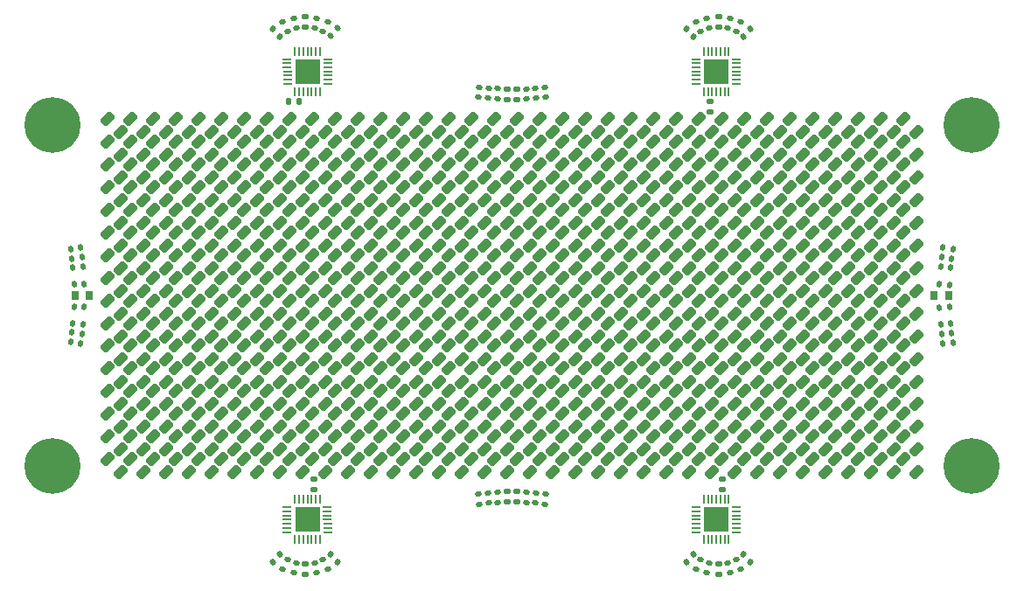
<source format=gts>
G04 #@! TF.GenerationSoftware,KiCad,Pcbnew,(6.0.2-0)*
G04 #@! TF.CreationDate,2022-12-29T00:03:26+01:00*
G04 #@! TF.ProjectId,nixie-panel,6e697869-652d-4706-916e-656c2e6b6963,rev?*
G04 #@! TF.SameCoordinates,Original*
G04 #@! TF.FileFunction,Soldermask,Top*
G04 #@! TF.FilePolarity,Negative*
%FSLAX46Y46*%
G04 Gerber Fmt 4.6, Leading zero omitted, Abs format (unit mm)*
G04 Created by KiCad (PCBNEW (6.0.2-0)) date 2022-12-29 00:03:26*
%MOMM*%
%LPD*%
G01*
G04 APERTURE LIST*
G04 Aperture macros list*
%AMRoundRect*
0 Rectangle with rounded corners*
0 $1 Rounding radius*
0 $2 $3 $4 $5 $6 $7 $8 $9 X,Y pos of 4 corners*
0 Add a 4 corners polygon primitive as box body*
4,1,4,$2,$3,$4,$5,$6,$7,$8,$9,$2,$3,0*
0 Add four circle primitives for the rounded corners*
1,1,$1+$1,$2,$3*
1,1,$1+$1,$4,$5*
1,1,$1+$1,$6,$7*
1,1,$1+$1,$8,$9*
0 Add four rect primitives between the rounded corners*
20,1,$1+$1,$2,$3,$4,$5,0*
20,1,$1+$1,$4,$5,$6,$7,0*
20,1,$1+$1,$6,$7,$8,$9,0*
20,1,$1+$1,$8,$9,$2,$3,0*%
G04 Aperture macros list end*
%ADD10RoundRect,0.225000X-0.477297X-0.159099X-0.159099X-0.477297X0.477297X0.159099X0.159099X0.477297X0*%
%ADD11RoundRect,0.225000X0.477297X0.159099X0.159099X0.477297X-0.477297X-0.159099X-0.159099X-0.477297X0*%
%ADD12RoundRect,0.125000X0.181302X-0.115670X0.168218X0.133987X-0.181302X0.115670X-0.168218X-0.133987X0*%
%ADD13RoundRect,0.125000X0.213692X0.024205X0.046409X0.209991X-0.213692X-0.024205X-0.046409X-0.209991X0*%
%ADD14RoundRect,0.050000X0.050000X-0.350000X0.050000X0.350000X-0.050000X0.350000X-0.050000X-0.350000X0*%
%ADD15RoundRect,0.050000X0.350000X0.050000X-0.350000X0.050000X-0.350000X-0.050000X0.350000X-0.050000X0*%
%ADD16RoundRect,0.050000X0.350000X-0.050000X0.350000X0.050000X-0.350000X0.050000X-0.350000X-0.050000X0*%
%ADD17RoundRect,0.050000X0.050000X0.350000X-0.050000X0.350000X-0.050000X-0.350000X0.050000X-0.350000X0*%
%ADD18R,2.400000X2.400000*%
%ADD19RoundRect,0.125000X-0.139562X0.163623X-0.200042X-0.078951X0.139562X-0.163623X0.200042X0.078951X0*%
%ADD20RoundRect,0.125000X0.106023X0.187107X-0.142608X0.160975X-0.106023X-0.187107X0.142608X-0.160975X0*%
%ADD21RoundRect,0.125000X-0.158462X0.145395X-0.188929X-0.102741X0.158462X-0.145395X0.188929X0.102741X0*%
%ADD22RoundRect,0.125000X0.188929X-0.102741X0.158462X0.145395X-0.188929X0.102741X-0.158462X-0.145395X0*%
%ADD23RoundRect,0.125000X0.175000X-0.125000X0.175000X0.125000X-0.175000X0.125000X-0.175000X-0.125000X0*%
%ADD24RoundRect,0.125000X-0.213200X0.028211X-0.095832X-0.192526X0.213200X-0.028211X0.095832X0.192526X0*%
%ADD25RoundRect,0.125000X-0.175000X0.125000X-0.175000X-0.125000X0.175000X-0.125000X0.175000X0.125000X0*%
%ADD26RoundRect,0.125000X0.200042X-0.078951X0.139562X0.163623X-0.200042X0.078951X-0.139562X-0.163623X0*%
%ADD27RoundRect,0.125000X0.163440X-0.139777X0.185229X0.109272X-0.163440X0.139777X-0.185229X-0.109272X0*%
%ADD28RoundRect,0.125000X-0.095832X0.192526X-0.213200X-0.028211X0.095832X-0.192526X0.213200X0.028211X0*%
%ADD29RoundRect,0.125000X0.099428X0.190694X-0.148139X0.155900X-0.099428X-0.190694X0.148139X-0.155900X0*%
%ADD30RoundRect,0.125000X-0.133987X-0.168218X0.115670X-0.181302X0.133987X0.168218X-0.115670X0.181302X0*%
%ADD31RoundRect,0.125000X-0.163440X0.139777X-0.185229X-0.109272X0.163440X-0.139777X0.185229X0.109272X0*%
%ADD32RoundRect,0.125000X-0.142608X-0.160975X0.106023X-0.187107X0.142608X0.160975X-0.106023X0.187107X0*%
%ADD33RoundRect,0.125000X0.133987X0.168218X-0.115670X0.181302X-0.133987X-0.168218X0.115670X-0.181302X0*%
%ADD34RoundRect,0.125000X-0.148139X-0.155900X0.099428X-0.190694X0.148139X0.155900X-0.099428X0.190694X0*%
%ADD35RoundRect,0.125000X-0.145395X-0.158462X0.102741X-0.188929X0.145395X0.158462X-0.102741X0.188929X0*%
%ADD36RoundRect,0.125000X0.168218X-0.133987X0.181302X0.115670X-0.168218X0.133987X-0.181302X-0.115670X0*%
%ADD37RoundRect,0.187500X-0.187500X-0.262500X0.187500X-0.262500X0.187500X0.262500X-0.187500X0.262500X0*%
%ADD38RoundRect,0.125000X-0.213692X-0.024205X-0.046409X-0.209991X0.213692X0.024205X0.046409X0.209991X0*%
%ADD39RoundRect,0.125000X0.115670X0.181302X-0.133987X0.168218X-0.115670X-0.181302X0.133987X-0.168218X0*%
%ADD40RoundRect,0.125000X0.095832X-0.192526X0.213200X0.028211X-0.095832X0.192526X-0.213200X-0.028211X0*%
%ADD41RoundRect,0.125000X0.213200X-0.028211X0.095832X0.192526X-0.213200X0.028211X-0.095832X-0.192526X0*%
%ADD42RoundRect,0.125000X0.125000X0.175000X-0.125000X0.175000X-0.125000X-0.175000X0.125000X-0.175000X0*%
%ADD43RoundRect,0.125000X-0.168218X0.133987X-0.181302X-0.115670X0.168218X-0.133987X0.181302X0.115670X0*%
%ADD44C,0.800000*%
%ADD45C,5.400000*%
%ADD46RoundRect,0.125000X0.102741X0.188929X-0.145395X0.158462X-0.102741X-0.188929X0.145395X-0.158462X0*%
%ADD47RoundRect,0.125000X0.172792X-0.128035X0.177155X0.121927X-0.172792X0.128035X-0.177155X-0.121927X0*%
%ADD48RoundRect,0.125000X0.177155X-0.121927X0.172792X0.128035X-0.177155X0.121927X-0.172792X-0.128035X0*%
%ADD49RoundRect,0.125000X-0.099428X-0.190694X0.148139X-0.155900X0.099428X0.190694X-0.148139X0.155900X0*%
%ADD50RoundRect,0.125000X-0.200042X0.078951X-0.139562X-0.163623X0.200042X-0.078951X0.139562X0.163623X0*%
%ADD51RoundRect,0.125000X-0.188929X0.102741X-0.158462X-0.145395X0.188929X-0.102741X0.158462X0.145395X0*%
%ADD52RoundRect,0.050000X-0.050000X0.350000X-0.050000X-0.350000X0.050000X-0.350000X0.050000X0.350000X0*%
%ADD53RoundRect,0.050000X-0.350000X-0.050000X0.350000X-0.050000X0.350000X0.050000X-0.350000X0.050000X0*%
%ADD54RoundRect,0.050000X-0.350000X0.050000X-0.350000X-0.050000X0.350000X-0.050000X0.350000X0.050000X0*%
%ADD55RoundRect,0.050000X-0.050000X-0.350000X0.050000X-0.350000X0.050000X0.350000X-0.050000X0.350000X0*%
%ADD56RoundRect,0.125000X-0.172792X0.128035X-0.177155X-0.121927X0.172792X-0.128035X0.177155X0.121927X0*%
%ADD57RoundRect,0.125000X-0.102741X-0.188929X0.145395X-0.158462X0.102741X0.188929X-0.145395X0.158462X0*%
%ADD58RoundRect,0.125000X-0.046409X0.209991X-0.213692X0.024205X0.046409X-0.209991X0.213692X-0.024205X0*%
%ADD59RoundRect,0.125000X0.139562X-0.163623X0.200042X0.078951X-0.139562X0.163623X-0.200042X-0.078951X0*%
%ADD60RoundRect,0.125000X0.046409X-0.209991X0.213692X-0.024205X-0.046409X0.209991X-0.213692X0.024205X0*%
%ADD61RoundRect,0.125000X0.142608X0.160975X-0.106023X0.187107X-0.142608X-0.160975X0.106023X-0.187107X0*%
%ADD62RoundRect,0.125000X-0.115670X-0.181302X0.133987X-0.168218X0.115670X0.181302X-0.133987X0.168218X0*%
%ADD63RoundRect,0.125000X-0.106023X-0.187107X0.142608X-0.160975X0.106023X0.187107X-0.142608X0.160975X0*%
%ADD64RoundRect,0.125000X0.158462X-0.145395X0.188929X0.102741X-0.158462X0.145395X-0.188929X-0.102741X0*%
%ADD65RoundRect,0.125000X-0.053709X0.208243X-0.214406X0.016732X0.053709X-0.208243X0.214406X-0.016732X0*%
%ADD66RoundRect,0.125000X0.145395X0.158462X-0.102741X0.188929X-0.145395X-0.158462X0.102741X-0.188929X0*%
%ADD67RoundRect,0.125000X-0.177155X0.121927X-0.172792X-0.128035X0.177155X-0.121927X0.172792X0.128035X0*%
%ADD68RoundRect,0.187500X0.187500X0.262500X-0.187500X0.262500X-0.187500X-0.262500X0.187500X-0.262500X0*%
%ADD69RoundRect,0.125000X-0.185229X0.109272X-0.163440X-0.139777X0.185229X-0.109272X0.163440X0.139777X0*%
%ADD70RoundRect,0.125000X-0.181302X0.115670X-0.168218X-0.133987X0.181302X-0.115670X0.168218X0.133987X0*%
%ADD71RoundRect,0.125000X0.148139X0.155900X-0.099428X0.190694X-0.148139X-0.155900X0.099428X-0.190694X0*%
%ADD72RoundRect,0.125000X0.185229X-0.109272X0.163440X0.139777X-0.185229X0.109272X-0.163440X-0.139777X0*%
G04 APERTURE END LIST*
D10*
G04 #@! TO.C,D323*
X85263604Y-40363604D03*
X86536396Y-41636396D03*
G04 #@! TD*
D11*
G04 #@! TO.C,D206*
X53536396Y-50436396D03*
X52263604Y-49163604D03*
G04 #@! TD*
D10*
G04 #@! TO.C,D342*
X87463604Y-33763604D03*
X88736396Y-35036396D03*
G04 #@! TD*
G04 #@! TO.C,D37*
X45663604Y-35963604D03*
X46936396Y-37236396D03*
G04 #@! TD*
G04 #@! TO.C,D333*
X65463604Y-35963604D03*
X66736396Y-37236396D03*
G04 #@! TD*
G04 #@! TO.C,D316*
X63263604Y-38163604D03*
X64536396Y-39436396D03*
G04 #@! TD*
G04 #@! TO.C,D98*
X32463604Y-24963604D03*
X33736396Y-26236396D03*
G04 #@! TD*
D11*
G04 #@! TO.C,D450*
X99736396Y-59236396D03*
X98463604Y-57963604D03*
G04 #@! TD*
D12*
G04 #@! TO.C,R29*
X59251168Y-62124315D03*
X59198832Y-61125685D03*
G04 #@! TD*
D10*
G04 #@! TO.C,D96*
X32463604Y-29363604D03*
X33736396Y-30636396D03*
G04 #@! TD*
D13*
G04 #@! TO.C,R26*
X38159565Y-16996572D03*
X37490435Y-16253428D03*
G04 #@! TD*
D11*
G04 #@! TO.C,D436*
X79936396Y-46036396D03*
X78663604Y-44763604D03*
G04 #@! TD*
D10*
G04 #@! TO.C,D137*
X58863604Y-27163604D03*
X60136396Y-28436396D03*
G04 #@! TD*
G04 #@! TO.C,D43*
X25863604Y-40363604D03*
X27136396Y-41636396D03*
G04 #@! TD*
D14*
G04 #@! TO.C,U7*
X79200000Y-65750000D03*
X79600000Y-65750000D03*
X80000000Y-65750000D03*
X80400000Y-65750000D03*
X80800000Y-65750000D03*
X81200000Y-65750000D03*
X81600000Y-65750000D03*
D15*
X82350000Y-65000000D03*
X82350000Y-64600000D03*
X82350000Y-64200000D03*
D16*
X82337500Y-63800000D03*
X82337500Y-63400000D03*
X82337500Y-63000000D03*
X82337500Y-62600000D03*
D17*
X81600000Y-61850000D03*
X81200000Y-61850000D03*
X80800000Y-61850000D03*
X80400000Y-61850000D03*
X80000000Y-61850000D03*
X79600000Y-61850000D03*
D14*
X79200000Y-61850000D03*
D15*
X78450000Y-62600000D03*
X78450000Y-63000000D03*
X78450000Y-63400000D03*
X78450000Y-63800000D03*
X78450000Y-64200000D03*
X78450000Y-64600000D03*
X78450000Y-65000000D03*
D18*
X80400000Y-63800000D03*
G04 #@! TD*
D10*
G04 #@! TO.C,D423*
X98463604Y-31563604D03*
X99736396Y-32836396D03*
G04 #@! TD*
G04 #@! TO.C,D139*
X39063604Y-40363604D03*
X40336396Y-41636396D03*
G04 #@! TD*
D11*
G04 #@! TO.C,D191*
X55736396Y-52636396D03*
X54463604Y-51363604D03*
G04 #@! TD*
D10*
G04 #@! TO.C,D74*
X50063604Y-24963604D03*
X51336396Y-26236396D03*
G04 #@! TD*
G04 #@! TO.C,D351*
X67663604Y-31563604D03*
X68936396Y-32836396D03*
G04 #@! TD*
D11*
G04 #@! TO.C,D189*
X55736396Y-48236396D03*
X54463604Y-46963604D03*
G04 #@! TD*
G04 #@! TO.C,D163*
X38136396Y-43836396D03*
X36863604Y-42563604D03*
G04 #@! TD*
G04 #@! TO.C,D512*
X90936396Y-54836396D03*
X89663604Y-53563604D03*
G04 #@! TD*
G04 #@! TO.C,D519*
X68936396Y-52636396D03*
X67663604Y-51363604D03*
G04 #@! TD*
D19*
G04 #@! TO.C,R37*
X81720961Y-15214852D03*
X81479039Y-16185148D03*
G04 #@! TD*
D10*
G04 #@! TO.C,D366*
X69863604Y-33763604D03*
X71136396Y-35036396D03*
G04 #@! TD*
D11*
G04 #@! TO.C,D518*
X68936396Y-50436396D03*
X67663604Y-49163604D03*
G04 #@! TD*
G04 #@! TO.C,D467*
X75536396Y-43836396D03*
X74263604Y-42563604D03*
G04 #@! TD*
D10*
G04 #@! TO.C,D420*
X98463604Y-38163604D03*
X99736396Y-39436396D03*
G04 #@! TD*
D11*
G04 #@! TO.C,D447*
X99736396Y-52636396D03*
X98463604Y-51363604D03*
G04 #@! TD*
D10*
G04 #@! TO.C,D410*
X96263604Y-24963604D03*
X97536396Y-26236396D03*
G04 #@! TD*
G04 #@! TO.C,D412*
X76463604Y-38163604D03*
X77736396Y-39436396D03*
G04 #@! TD*
D20*
G04 #@! TO.C,C1*
X19097261Y-39322736D03*
X18102739Y-39427264D03*
G04 #@! TD*
D10*
G04 #@! TO.C,D71*
X50063604Y-31563604D03*
X51336396Y-32836396D03*
G04 #@! TD*
G04 #@! TO.C,D67*
X50063604Y-40363604D03*
X51336396Y-41636396D03*
G04 #@! TD*
G04 #@! TO.C,D26*
X43463604Y-24963604D03*
X44736396Y-26236396D03*
G04 #@! TD*
D11*
G04 #@! TO.C,D462*
X97536396Y-50436396D03*
X96263604Y-49163604D03*
G04 #@! TD*
G04 #@! TO.C,D457*
X77736396Y-57036396D03*
X76463604Y-55763604D03*
G04 #@! TD*
G04 #@! TO.C,D559*
X84336396Y-52636396D03*
X83063604Y-51363604D03*
G04 #@! TD*
G04 #@! TO.C,D482*
X95336396Y-59236396D03*
X94063604Y-57963604D03*
G04 #@! TD*
G04 #@! TO.C,D241*
X49136396Y-57036396D03*
X47863604Y-55763604D03*
G04 #@! TD*
G04 #@! TO.C,D198*
X33736396Y-50436396D03*
X32463604Y-49163604D03*
G04 #@! TD*
D10*
G04 #@! TO.C,D99*
X54463604Y-40363604D03*
X55736396Y-41636396D03*
G04 #@! TD*
D11*
G04 #@! TO.C,D491*
X93136396Y-43836396D03*
X91863604Y-42563604D03*
G04 #@! TD*
G04 #@! TO.C,D444*
X99736396Y-46036396D03*
X98463604Y-44763604D03*
G04 #@! TD*
D21*
G04 #@! TO.C,R22*
X57435935Y-21903727D03*
X57314065Y-22896273D03*
G04 #@! TD*
D10*
G04 #@! TO.C,D302*
X61063604Y-33763604D03*
X62336396Y-35036396D03*
G04 #@! TD*
D11*
G04 #@! TO.C,D150*
X40336396Y-50436396D03*
X39063604Y-49163604D03*
G04 #@! TD*
D10*
G04 #@! TO.C,D48*
X25863604Y-29363604D03*
X27136396Y-30636396D03*
G04 #@! TD*
D11*
G04 #@! TO.C,D245*
X27136396Y-48236396D03*
X25863604Y-46963604D03*
G04 #@! TD*
D10*
G04 #@! TO.C,D414*
X76463604Y-33763604D03*
X77736396Y-35036396D03*
G04 #@! TD*
G04 #@! TO.C,D82*
X30263604Y-24963604D03*
X31536396Y-26236396D03*
G04 #@! TD*
D11*
G04 #@! TO.C,D556*
X84336396Y-46036396D03*
X83063604Y-44763604D03*
G04 #@! TD*
G04 #@! TO.C,D226*
X51336396Y-59236396D03*
X50063604Y-57963604D03*
G04 #@! TD*
G04 #@! TO.C,D488*
X73336396Y-54836396D03*
X72063604Y-53563604D03*
G04 #@! TD*
D10*
G04 #@! TO.C,D125*
X36863604Y-35963604D03*
X38136396Y-37236396D03*
G04 #@! TD*
D11*
G04 #@! TO.C,D242*
X49136396Y-59236396D03*
X47863604Y-57963604D03*
G04 #@! TD*
D10*
G04 #@! TO.C,D378*
X91863604Y-24963604D03*
X93136396Y-26236396D03*
G04 #@! TD*
D11*
G04 #@! TO.C,D153*
X40336396Y-57036396D03*
X39063604Y-55763604D03*
G04 #@! TD*
G04 #@! TO.C,D194*
X55736396Y-59236396D03*
X54463604Y-57963604D03*
G04 #@! TD*
D22*
G04 #@! TO.C,R31*
X57435935Y-62296273D03*
X57314065Y-61303727D03*
G04 #@! TD*
D23*
G04 #@! TO.C,C41*
X81000000Y-60900000D03*
X81000000Y-59900000D03*
G04 #@! TD*
D11*
G04 #@! TO.C,D174*
X57936396Y-50436396D03*
X56663604Y-49163604D03*
G04 #@! TD*
D24*
G04 #@! TO.C,R55*
X82315264Y-67683526D03*
X82784736Y-68566474D03*
G04 #@! TD*
D10*
G04 #@! TO.C,D95*
X32463604Y-31563604D03*
X33736396Y-32836396D03*
G04 #@! TD*
G04 #@! TO.C,D427*
X78663604Y-40363604D03*
X79936396Y-41636396D03*
G04 #@! TD*
D11*
G04 #@! TO.C,D529*
X88736396Y-57036396D03*
X87463604Y-55763604D03*
G04 #@! TD*
G04 #@! TO.C,D562*
X84336396Y-59236396D03*
X83063604Y-57963604D03*
G04 #@! TD*
G04 #@! TO.C,D202*
X33736396Y-59236396D03*
X32463604Y-57963604D03*
G04 #@! TD*
D10*
G04 #@! TO.C,D320*
X63263604Y-29363604D03*
X64536396Y-30636396D03*
G04 #@! TD*
D11*
G04 #@! TO.C,D442*
X79936396Y-59236396D03*
X78663604Y-57963604D03*
G04 #@! TD*
D25*
G04 #@! TO.C,R17*
X40600000Y-15075000D03*
X40600000Y-16075000D03*
G04 #@! TD*
D11*
G04 #@! TO.C,D266*
X24936396Y-59236396D03*
X23663604Y-57963604D03*
G04 #@! TD*
D10*
G04 #@! TO.C,D108*
X34663604Y-38163604D03*
X35936396Y-39436396D03*
G04 #@! TD*
G04 #@! TO.C,D141*
X39063604Y-35963604D03*
X40336396Y-37236396D03*
G04 #@! TD*
D11*
G04 #@! TO.C,D229*
X29336396Y-48236396D03*
X28063604Y-46963604D03*
G04 #@! TD*
D10*
G04 #@! TO.C,D111*
X34663604Y-31563604D03*
X35936396Y-32836396D03*
G04 #@! TD*
D26*
G04 #@! TO.C,R35*
X41720961Y-68960148D03*
X41479039Y-67989852D03*
G04 #@! TD*
D10*
G04 #@! TO.C,D142*
X39063604Y-33763604D03*
X40336396Y-35036396D03*
G04 #@! TD*
D11*
G04 #@! TO.C,D272*
X44736396Y-54836396D03*
X43463604Y-53563604D03*
G04 #@! TD*
G04 #@! TO.C,D446*
X99736396Y-50436396D03*
X98463604Y-49163604D03*
G04 #@! TD*
G04 #@! TO.C,D565*
X62336396Y-48236396D03*
X61063604Y-46963604D03*
G04 #@! TD*
G04 #@! TO.C,D466*
X97536396Y-59236396D03*
X96263604Y-57963604D03*
G04 #@! TD*
G04 #@! TO.C,D500*
X71136396Y-46036396D03*
X69863604Y-44763604D03*
G04 #@! TD*
D10*
G04 #@! TO.C,D30*
X23663604Y-33763604D03*
X24936396Y-35036396D03*
G04 #@! TD*
D11*
G04 #@! TO.C,D255*
X46936396Y-52636396D03*
X45663604Y-51363604D03*
G04 #@! TD*
G04 #@! TO.C,D154*
X40336396Y-59236396D03*
X39063604Y-57963604D03*
G04 #@! TD*
D10*
G04 #@! TO.C,D105*
X54463604Y-27163604D03*
X55736396Y-28436396D03*
G04 #@! TD*
D11*
G04 #@! TO.C,D155*
X60136396Y-43836396D03*
X58863604Y-42563604D03*
G04 #@! TD*
D10*
G04 #@! TO.C,D41*
X45663604Y-27163604D03*
X46936396Y-28436396D03*
G04 #@! TD*
D11*
G04 #@! TO.C,D267*
X44736396Y-43836396D03*
X43463604Y-42563604D03*
G04 #@! TD*
D10*
G04 #@! TO.C,D318*
X63263604Y-33763604D03*
X64536396Y-35036396D03*
G04 #@! TD*
G04 #@! TO.C,D15*
X21463604Y-31563604D03*
X22736396Y-32836396D03*
G04 #@! TD*
D11*
G04 #@! TO.C,D523*
X88736396Y-43836396D03*
X87463604Y-42563604D03*
G04 #@! TD*
G04 #@! TO.C,D280*
X22736396Y-54836396D03*
X21463604Y-53563604D03*
G04 #@! TD*
G04 #@! TO.C,D244*
X27136396Y-46036396D03*
X25863604Y-44763604D03*
G04 #@! TD*
D10*
G04 #@! TO.C,D319*
X63263604Y-31563604D03*
X64536396Y-32836396D03*
G04 #@! TD*
D11*
G04 #@! TO.C,D178*
X57936396Y-59236396D03*
X56663604Y-57963604D03*
G04 #@! TD*
G04 #@! TO.C,D186*
X35936396Y-59236396D03*
X34663604Y-57963604D03*
G04 #@! TD*
D10*
G04 #@! TO.C,D354*
X67663604Y-24963604D03*
X68936396Y-26236396D03*
G04 #@! TD*
G04 #@! TO.C,D338*
X65463604Y-24963604D03*
X66736396Y-26236396D03*
G04 #@! TD*
D11*
G04 #@! TO.C,D555*
X84336396Y-43836396D03*
X83063604Y-42563604D03*
G04 #@! TD*
G04 #@! TO.C,D485*
X73336396Y-48236396D03*
X72063604Y-46963604D03*
G04 #@! TD*
D10*
G04 #@! TO.C,D314*
X83063604Y-24963604D03*
X84336396Y-26236396D03*
G04 #@! TD*
D11*
G04 #@! TO.C,D508*
X90936396Y-46036396D03*
X89663604Y-44763604D03*
G04 #@! TD*
G04 #@! TO.C,D184*
X35936396Y-54836396D03*
X34663604Y-53563604D03*
G04 #@! TD*
D10*
G04 #@! TO.C,D88*
X52263604Y-29363604D03*
X53536396Y-30636396D03*
G04 #@! TD*
D11*
G04 #@! TO.C,D552*
X64536396Y-54836396D03*
X63263604Y-53563604D03*
G04 #@! TD*
G04 #@! TO.C,D286*
X42536396Y-50436396D03*
X41263604Y-49163604D03*
G04 #@! TD*
G04 #@! TO.C,D197*
X33736396Y-48236396D03*
X32463604Y-46963604D03*
G04 #@! TD*
D10*
G04 #@! TO.C,D317*
X63263604Y-35963604D03*
X64536396Y-37236396D03*
G04 #@! TD*
D11*
G04 #@! TO.C,D277*
X22736396Y-48236396D03*
X21463604Y-46963604D03*
G04 #@! TD*
G04 #@! TO.C,D474*
X75536396Y-59236396D03*
X74263604Y-57963604D03*
G04 #@! TD*
G04 #@! TO.C,D542*
X86536396Y-50436396D03*
X85263604Y-49163604D03*
G04 #@! TD*
G04 #@! TO.C,D455*
X77736396Y-52636396D03*
X76463604Y-51363604D03*
G04 #@! TD*
D10*
G04 #@! TO.C,D392*
X94063604Y-29363604D03*
X95336396Y-30636396D03*
G04 #@! TD*
G04 #@! TO.C,D114*
X34663604Y-24963604D03*
X35936396Y-26236396D03*
G04 #@! TD*
D11*
G04 #@! TO.C,D285*
X42536396Y-48236396D03*
X41263604Y-46963604D03*
G04 #@! TD*
D10*
G04 #@! TO.C,D368*
X69863604Y-29363604D03*
X71136396Y-30636396D03*
G04 #@! TD*
D11*
G04 #@! TO.C,D265*
X24936396Y-57036396D03*
X23663604Y-55763604D03*
G04 #@! TD*
D10*
G04 #@! TO.C,D358*
X89663604Y-33763604D03*
X90936396Y-35036396D03*
G04 #@! TD*
G04 #@! TO.C,D61*
X28063604Y-35963604D03*
X29336396Y-37236396D03*
G04 #@! TD*
G04 #@! TO.C,D124*
X36863604Y-38163604D03*
X38136396Y-39436396D03*
G04 #@! TD*
G04 #@! TO.C,D371*
X91863604Y-40363604D03*
X93136396Y-41636396D03*
G04 #@! TD*
D11*
G04 #@! TO.C,D200*
X33736396Y-54836396D03*
X32463604Y-53563604D03*
G04 #@! TD*
G04 #@! TO.C,D230*
X29336396Y-50436396D03*
X28063604Y-49163604D03*
G04 #@! TD*
G04 #@! TO.C,D268*
X44736396Y-46036396D03*
X43463604Y-44763604D03*
G04 #@! TD*
D10*
G04 #@! TO.C,D93*
X32463604Y-35963604D03*
X33736396Y-37236396D03*
G04 #@! TD*
D11*
G04 #@! TO.C,D554*
X64536396Y-59236396D03*
X63263604Y-57963604D03*
G04 #@! TD*
D10*
G04 #@! TO.C,D428*
X78663604Y-38163604D03*
X79936396Y-39436396D03*
G04 #@! TD*
D11*
G04 #@! TO.C,D493*
X93136396Y-48236396D03*
X91863604Y-46963604D03*
G04 #@! TD*
G04 #@! TO.C,D549*
X64536396Y-48236396D03*
X63263604Y-46963604D03*
G04 #@! TD*
D10*
G04 #@! TO.C,D106*
X54463604Y-24963604D03*
X55736396Y-26236396D03*
G04 #@! TD*
D11*
G04 #@! TO.C,D180*
X35936396Y-46036396D03*
X34663604Y-44763604D03*
G04 #@! TD*
D27*
G04 #@! TO.C,R50*
X62881422Y-62198097D03*
X62968578Y-61201903D03*
G04 #@! TD*
D28*
G04 #@! TO.C,C35*
X82784736Y-15608526D03*
X82315264Y-16491474D03*
G04 #@! TD*
D10*
G04 #@! TO.C,D315*
X63263604Y-40363604D03*
X64536396Y-41636396D03*
G04 #@! TD*
G04 #@! TO.C,D345*
X87463604Y-27163604D03*
X88736396Y-28436396D03*
G04 #@! TD*
D29*
G04 #@! TO.C,C3*
X18870134Y-37455413D03*
X17879866Y-37594587D03*
G04 #@! TD*
D30*
G04 #@! TO.C,C24*
X18200685Y-43173832D03*
X19199315Y-43226168D03*
G04 #@! TD*
D10*
G04 #@! TO.C,D101*
X54463604Y-35963604D03*
X55736396Y-37236396D03*
G04 #@! TD*
D11*
G04 #@! TO.C,D506*
X71136396Y-59236396D03*
X69863604Y-57963604D03*
G04 #@! TD*
D10*
G04 #@! TO.C,D353*
X67663604Y-27163604D03*
X68936396Y-28436396D03*
G04 #@! TD*
G04 #@! TO.C,D311*
X83063604Y-31563604D03*
X84336396Y-32836396D03*
G04 #@! TD*
D31*
G04 #@! TO.C,R19*
X58343578Y-22001903D03*
X58256422Y-22998097D03*
G04 #@! TD*
D10*
G04 #@! TO.C,D352*
X67663604Y-29363604D03*
X68936396Y-30636396D03*
G04 #@! TD*
D11*
G04 #@! TO.C,D159*
X60136396Y-52636396D03*
X58863604Y-51363604D03*
G04 #@! TD*
D10*
G04 #@! TO.C,D394*
X94063604Y-24963604D03*
X95336396Y-26236396D03*
G04 #@! TD*
G04 #@! TO.C,D77*
X30263604Y-35963604D03*
X31536396Y-37236396D03*
G04 #@! TD*
D11*
G04 #@! TO.C,D490*
X73336396Y-59236396D03*
X72063604Y-57963604D03*
G04 #@! TD*
G04 #@! TO.C,D517*
X68936396Y-48236396D03*
X67663604Y-46963604D03*
G04 #@! TD*
G04 #@! TO.C,D261*
X24936396Y-48236396D03*
X23663604Y-46963604D03*
G04 #@! TD*
D10*
G04 #@! TO.C,D69*
X50063604Y-35963604D03*
X51336396Y-37236396D03*
G04 #@! TD*
D11*
G04 #@! TO.C,D574*
X82136396Y-50436396D03*
X80863604Y-49163604D03*
G04 #@! TD*
G04 #@! TO.C,D533*
X66736396Y-48236396D03*
X65463604Y-46963604D03*
G04 #@! TD*
D10*
G04 #@! TO.C,D303*
X61063604Y-31563604D03*
X62336396Y-32836396D03*
G04 #@! TD*
G04 #@! TO.C,D321*
X63263604Y-27163604D03*
X64536396Y-28436396D03*
G04 #@! TD*
G04 #@! TO.C,D46*
X25863604Y-33763604D03*
X27136396Y-35036396D03*
G04 #@! TD*
G04 #@! TO.C,D297*
X80863604Y-27163604D03*
X82136396Y-28436396D03*
G04 #@! TD*
G04 #@! TO.C,D389*
X94063604Y-35963604D03*
X95336396Y-37236396D03*
G04 #@! TD*
G04 #@! TO.C,D47*
X25863604Y-31563604D03*
X27136396Y-32836396D03*
G04 #@! TD*
D32*
G04 #@! TO.C,C12*
X102102739Y-39322736D03*
X103097261Y-39427264D03*
G04 #@! TD*
D10*
G04 #@! TO.C,D341*
X87463604Y-35963604D03*
X88736396Y-37236396D03*
G04 #@! TD*
D11*
G04 #@! TO.C,D170*
X38136396Y-59236396D03*
X36863604Y-57963604D03*
G04 #@! TD*
D33*
G04 #@! TO.C,C25*
X102999315Y-41051168D03*
X102000685Y-40998832D03*
G04 #@! TD*
D10*
G04 #@! TO.C,D65*
X28063604Y-27163604D03*
X29336396Y-28436396D03*
G04 #@! TD*
D11*
G04 #@! TO.C,D161*
X60136396Y-57036396D03*
X58863604Y-55763604D03*
G04 #@! TD*
G04 #@! TO.C,D439*
X79936396Y-52636396D03*
X78663604Y-51363604D03*
G04 #@! TD*
G04 #@! TO.C,D172*
X57936396Y-46036396D03*
X56663604Y-44763604D03*
G04 #@! TD*
G04 #@! TO.C,D443*
X99736396Y-43836396D03*
X98463604Y-42563604D03*
G04 #@! TD*
G04 #@! TO.C,D524*
X88736396Y-46036396D03*
X87463604Y-44763604D03*
G04 #@! TD*
D10*
G04 #@! TO.C,D396*
X74263604Y-38163604D03*
X75536396Y-39436396D03*
G04 #@! TD*
D34*
G04 #@! TO.C,C10*
X102325000Y-37450000D03*
X103315268Y-37589174D03*
G04 #@! TD*
D11*
G04 #@! TO.C,D570*
X62336396Y-59236396D03*
X61063604Y-57963604D03*
G04 #@! TD*
G04 #@! TO.C,D522*
X68936396Y-59236396D03*
X67663604Y-57963604D03*
G04 #@! TD*
D23*
G04 #@! TO.C,R28*
X40600000Y-69100000D03*
X40600000Y-68100000D03*
G04 #@! TD*
D10*
G04 #@! TO.C,D298*
X80863604Y-24963604D03*
X82136396Y-26236396D03*
G04 #@! TD*
D11*
G04 #@! TO.C,D538*
X66736396Y-59236396D03*
X65463604Y-57963604D03*
G04 #@! TD*
G04 #@! TO.C,D487*
X73336396Y-52636396D03*
X72063604Y-51363604D03*
G04 #@! TD*
D10*
G04 #@! TO.C,D92*
X32463604Y-38163604D03*
X33736396Y-39436396D03*
G04 #@! TD*
D11*
G04 #@! TO.C,D220*
X51336396Y-46036396D03*
X50063604Y-44763604D03*
G04 #@! TD*
D10*
G04 #@! TO.C,D79*
X30263604Y-31563604D03*
X31536396Y-32836396D03*
G04 #@! TD*
G04 #@! TO.C,D367*
X69863604Y-31563604D03*
X71136396Y-32836396D03*
G04 #@! TD*
G04 #@! TO.C,D44*
X25863604Y-38163604D03*
X27136396Y-39436396D03*
G04 #@! TD*
G04 #@! TO.C,D80*
X30263604Y-29363604D03*
X31536396Y-30636396D03*
G04 #@! TD*
G04 #@! TO.C,D386*
X72063604Y-24963604D03*
X73336396Y-26236396D03*
G04 #@! TD*
D11*
G04 #@! TO.C,D539*
X86536396Y-43836396D03*
X85263604Y-42563604D03*
G04 #@! TD*
D10*
G04 #@! TO.C,D322*
X63263604Y-24963604D03*
X64536396Y-26236396D03*
G04 #@! TD*
G04 #@! TO.C,D411*
X76463604Y-40363604D03*
X77736396Y-41636396D03*
G04 #@! TD*
D11*
G04 #@! TO.C,D501*
X71136396Y-48236396D03*
X69863604Y-46963604D03*
G04 #@! TD*
D35*
G04 #@! TO.C,C11*
X102203727Y-38389065D03*
X103196273Y-38510935D03*
G04 #@! TD*
D11*
G04 #@! TO.C,D528*
X88736396Y-54836396D03*
X87463604Y-53563604D03*
G04 #@! TD*
G04 #@! TO.C,D288*
X42536396Y-54836396D03*
X41263604Y-53563604D03*
G04 #@! TD*
D36*
G04 #@! TO.C,R49*
X61973832Y-62124315D03*
X62026168Y-61125685D03*
G04 #@! TD*
D11*
G04 #@! TO.C,D569*
X62336396Y-57036396D03*
X61063604Y-55763604D03*
G04 #@! TD*
D10*
G04 #@! TO.C,D310*
X83063604Y-33763604D03*
X84336396Y-35036396D03*
G04 #@! TD*
D11*
G04 #@! TO.C,D527*
X88736396Y-52636396D03*
X87463604Y-51363604D03*
G04 #@! TD*
D10*
G04 #@! TO.C,D16*
X21463604Y-29363604D03*
X22736396Y-30636396D03*
G04 #@! TD*
G04 #@! TO.C,D143*
X39063604Y-31563604D03*
X40336396Y-32836396D03*
G04 #@! TD*
G04 #@! TO.C,D307*
X83063604Y-40363604D03*
X84336396Y-41636396D03*
G04 #@! TD*
D11*
G04 #@! TO.C,D190*
X55736396Y-50436396D03*
X54463604Y-49163604D03*
G04 #@! TD*
G04 #@! TO.C,D561*
X84336396Y-57036396D03*
X83063604Y-55763604D03*
G04 #@! TD*
D28*
G04 #@! TO.C,C27*
X42784736Y-15608526D03*
X42315264Y-16491474D03*
G04 #@! TD*
D23*
G04 #@! TO.C,R47*
X80600000Y-69100000D03*
X80600000Y-68100000D03*
G04 #@! TD*
D11*
G04 #@! TO.C,D251*
X46936396Y-43836396D03*
X45663604Y-42563604D03*
G04 #@! TD*
D10*
G04 #@! TO.C,D294*
X80863604Y-33763604D03*
X82136396Y-35036396D03*
G04 #@! TD*
G04 #@! TO.C,D78*
X30263604Y-33763604D03*
X31536396Y-35036396D03*
G04 #@! TD*
D14*
G04 #@! TO.C,U5*
X39600000Y-65750000D03*
X40000000Y-65750000D03*
X40400000Y-65750000D03*
X40800000Y-65750000D03*
X41200000Y-65750000D03*
X41600000Y-65750000D03*
X42000000Y-65750000D03*
D15*
X42750000Y-65000000D03*
X42750000Y-64600000D03*
X42750000Y-64200000D03*
D16*
X42737500Y-63800000D03*
X42737500Y-63400000D03*
X42737500Y-63000000D03*
X42737500Y-62600000D03*
D17*
X42000000Y-61850000D03*
X41600000Y-61850000D03*
X41200000Y-61850000D03*
X40800000Y-61850000D03*
X40400000Y-61850000D03*
X40000000Y-61850000D03*
D14*
X39600000Y-61850000D03*
D15*
X38850000Y-62600000D03*
X38850000Y-63000000D03*
X38850000Y-63400000D03*
X38850000Y-63800000D03*
X38850000Y-64200000D03*
X38850000Y-64600000D03*
X38850000Y-65000000D03*
D18*
X40800000Y-63800000D03*
G04 #@! TD*
D10*
G04 #@! TO.C,D360*
X89663604Y-29363604D03*
X90936396Y-30636396D03*
G04 #@! TD*
D37*
G04 #@! TO.C,S2*
X101500000Y-42125000D03*
X102900000Y-42125000D03*
G04 #@! TD*
D10*
G04 #@! TO.C,D146*
X39063604Y-24963604D03*
X40336396Y-26236396D03*
G04 #@! TD*
D11*
G04 #@! TO.C,D193*
X55736396Y-57036396D03*
X54463604Y-55763604D03*
G04 #@! TD*
D38*
G04 #@! TO.C,R36*
X43040435Y-67178428D03*
X43709565Y-67921572D03*
G04 #@! TD*
D10*
G04 #@! TO.C,D384*
X72063604Y-29363604D03*
X73336396Y-30636396D03*
G04 #@! TD*
D11*
G04 #@! TO.C,D568*
X62336396Y-54836396D03*
X61063604Y-53563604D03*
G04 #@! TD*
G04 #@! TO.C,D270*
X44736396Y-50436396D03*
X43463604Y-49163604D03*
G04 #@! TD*
D10*
G04 #@! TO.C,D339*
X87463604Y-40363604D03*
X88736396Y-41636396D03*
G04 #@! TD*
G04 #@! TO.C,D31*
X23663604Y-31563604D03*
X24936396Y-32836396D03*
G04 #@! TD*
D11*
G04 #@! TO.C,D563*
X62336396Y-43836396D03*
X61063604Y-42563604D03*
G04 #@! TD*
D10*
G04 #@! TO.C,D357*
X89663604Y-35963604D03*
X90936396Y-37236396D03*
G04 #@! TD*
G04 #@! TO.C,D356*
X89663604Y-38163604D03*
X90936396Y-39436396D03*
G04 #@! TD*
D11*
G04 #@! TO.C,D203*
X53536396Y-43836396D03*
X52263604Y-42563604D03*
G04 #@! TD*
D10*
G04 #@! TO.C,D304*
X61063604Y-29363604D03*
X62336396Y-30636396D03*
G04 #@! TD*
D11*
G04 #@! TO.C,D247*
X27136396Y-52636396D03*
X25863604Y-51363604D03*
G04 #@! TD*
G04 #@! TO.C,D521*
X68936396Y-57036396D03*
X67663604Y-55763604D03*
G04 #@! TD*
D10*
G04 #@! TO.C,D49*
X25863604Y-27163604D03*
X27136396Y-28436396D03*
G04 #@! TD*
D11*
G04 #@! TO.C,D179*
X35936396Y-43836396D03*
X34663604Y-42563604D03*
G04 #@! TD*
D10*
G04 #@! TO.C,D128*
X36863604Y-29363604D03*
X38136396Y-30636396D03*
G04 #@! TD*
G04 #@! TO.C,D329*
X85263604Y-27163604D03*
X86536396Y-28436396D03*
G04 #@! TD*
G04 #@! TO.C,D110*
X34663604Y-33763604D03*
X35936396Y-35036396D03*
G04 #@! TD*
D11*
G04 #@! TO.C,D227*
X29336396Y-43836396D03*
X28063604Y-42563604D03*
G04 #@! TD*
G04 #@! TO.C,D222*
X51336396Y-50436396D03*
X50063604Y-49163604D03*
G04 #@! TD*
G04 #@! TO.C,D160*
X60136396Y-54836396D03*
X58863604Y-53563604D03*
G04 #@! TD*
G04 #@! TO.C,D511*
X90936396Y-52636396D03*
X89663604Y-51363604D03*
G04 #@! TD*
G04 #@! TO.C,D208*
X53536396Y-54836396D03*
X52263604Y-53563604D03*
G04 #@! TD*
G04 #@! TO.C,D152*
X40336396Y-54836396D03*
X39063604Y-53563604D03*
G04 #@! TD*
D10*
G04 #@! TO.C,D299*
X61063604Y-40363604D03*
X62336396Y-41636396D03*
G04 #@! TD*
G04 #@! TO.C,D330*
X85263604Y-24963604D03*
X86536396Y-26236396D03*
G04 #@! TD*
D11*
G04 #@! TO.C,D209*
X53536396Y-57036396D03*
X52263604Y-55763604D03*
G04 #@! TD*
G04 #@! TO.C,D530*
X88736396Y-59236396D03*
X87463604Y-57963604D03*
G04 #@! TD*
G04 #@! TO.C,D440*
X79936396Y-54836396D03*
X78663604Y-53563604D03*
G04 #@! TD*
D10*
G04 #@! TO.C,D72*
X50063604Y-29363604D03*
X51336396Y-30636396D03*
G04 #@! TD*
D11*
G04 #@! TO.C,D454*
X77736396Y-50436396D03*
X76463604Y-49163604D03*
G04 #@! TD*
D10*
G04 #@! TO.C,D118*
X56663604Y-33763604D03*
X57936396Y-35036396D03*
G04 #@! TD*
G04 #@! TO.C,D76*
X30263604Y-38163604D03*
X31536396Y-39436396D03*
G04 #@! TD*
G04 #@! TO.C,D355*
X89663604Y-40363604D03*
X90936396Y-41636396D03*
G04 #@! TD*
D11*
G04 #@! TO.C,D514*
X90936396Y-59236396D03*
X89663604Y-57963604D03*
G04 #@! TD*
G04 #@! TO.C,D471*
X75536396Y-52636396D03*
X74263604Y-51363604D03*
G04 #@! TD*
D10*
G04 #@! TO.C,D28*
X23663604Y-38163604D03*
X24936396Y-39436396D03*
G04 #@! TD*
G04 #@! TO.C,D431*
X78663604Y-31563604D03*
X79936396Y-32836396D03*
G04 #@! TD*
G04 #@! TO.C,D62*
X28063604Y-33763604D03*
X29336396Y-35036396D03*
G04 #@! TD*
D11*
G04 #@! TO.C,D231*
X29336396Y-52636396D03*
X28063604Y-51363604D03*
G04 #@! TD*
D10*
G04 #@! TO.C,D19*
X43463604Y-40363604D03*
X44736396Y-41636396D03*
G04 #@! TD*
G04 #@! TO.C,D83*
X52263604Y-40363604D03*
X53536396Y-41636396D03*
G04 #@! TD*
G04 #@! TO.C,D415*
X76463604Y-31563604D03*
X77736396Y-32836396D03*
G04 #@! TD*
D11*
G04 #@! TO.C,D513*
X90936396Y-57036396D03*
X89663604Y-55763604D03*
G04 #@! TD*
G04 #@! TO.C,D282*
X22736396Y-59236396D03*
X21463604Y-57963604D03*
G04 #@! TD*
D10*
G04 #@! TO.C,D75*
X30263604Y-40363604D03*
X31536396Y-41636396D03*
G04 #@! TD*
D11*
G04 #@! TO.C,D567*
X62336396Y-52636396D03*
X61063604Y-51363604D03*
G04 #@! TD*
G04 #@! TO.C,D234*
X29336396Y-59236396D03*
X28063604Y-57963604D03*
G04 #@! TD*
D10*
G04 #@! TO.C,D85*
X52263604Y-35963604D03*
X53536396Y-37236396D03*
G04 #@! TD*
G04 #@! TO.C,D55*
X47863604Y-31563604D03*
X49136396Y-32836396D03*
G04 #@! TD*
G04 #@! TO.C,D343*
X87463604Y-31563604D03*
X88736396Y-32836396D03*
G04 #@! TD*
D39*
G04 #@! TO.C,R16*
X102999315Y-43198832D03*
X102000685Y-43251168D03*
G04 #@! TD*
D10*
G04 #@! TO.C,D369*
X69863604Y-27163604D03*
X71136396Y-28436396D03*
G04 #@! TD*
D40*
G04 #@! TO.C,C30*
X38415264Y-68566474D03*
X38884736Y-67683526D03*
G04 #@! TD*
D10*
G04 #@! TO.C,D388*
X94063604Y-38163604D03*
X95336396Y-39436396D03*
G04 #@! TD*
G04 #@! TO.C,D390*
X94063604Y-33763604D03*
X95336396Y-35036396D03*
G04 #@! TD*
G04 #@! TO.C,D301*
X61063604Y-35963604D03*
X62336396Y-37236396D03*
G04 #@! TD*
D41*
G04 #@! TO.C,C31*
X42784736Y-68566474D03*
X42315264Y-67683526D03*
G04 #@! TD*
D10*
G04 #@! TO.C,D377*
X91863604Y-27163604D03*
X93136396Y-28436396D03*
G04 #@! TD*
G04 #@! TO.C,D403*
X96263604Y-40363604D03*
X97536396Y-41636396D03*
G04 #@! TD*
G04 #@! TO.C,D408*
X96263604Y-29363604D03*
X97536396Y-30636396D03*
G04 #@! TD*
G04 #@! TO.C,D116*
X56663604Y-38163604D03*
X57936396Y-39436396D03*
G04 #@! TD*
G04 #@! TO.C,D33*
X23663604Y-27163604D03*
X24936396Y-28436396D03*
G04 #@! TD*
D11*
G04 #@! TO.C,D526*
X88736396Y-50436396D03*
X87463604Y-49163604D03*
G04 #@! TD*
G04 #@! TO.C,D540*
X86536396Y-46036396D03*
X85263604Y-44763604D03*
G04 #@! TD*
D10*
G04 #@! TO.C,D305*
X61063604Y-27163604D03*
X62336396Y-28436396D03*
G04 #@! TD*
G04 #@! TO.C,D296*
X80863604Y-29363604D03*
X82136396Y-30636396D03*
G04 #@! TD*
G04 #@! TO.C,D425*
X98463604Y-27163604D03*
X99736396Y-28436396D03*
G04 #@! TD*
D11*
G04 #@! TO.C,D259*
X24936396Y-43836396D03*
X23663604Y-42563604D03*
G04 #@! TD*
G04 #@! TO.C,D228*
X29336396Y-46036396D03*
X28063604Y-44763604D03*
G04 #@! TD*
D42*
G04 #@! TO.C,C29*
X39975000Y-23325000D03*
X38975000Y-23325000D03*
G04 #@! TD*
D11*
G04 #@! TO.C,D248*
X27136396Y-54836396D03*
X25863604Y-53563604D03*
G04 #@! TD*
D10*
G04 #@! TO.C,D380*
X72063604Y-38163604D03*
X73336396Y-39436396D03*
G04 #@! TD*
D11*
G04 #@! TO.C,D472*
X75536396Y-54836396D03*
X74263604Y-53563604D03*
G04 #@! TD*
G04 #@! TO.C,D476*
X95336396Y-46036396D03*
X94063604Y-44763604D03*
G04 #@! TD*
D10*
G04 #@! TO.C,D112*
X34663604Y-29363604D03*
X35936396Y-30636396D03*
G04 #@! TD*
D11*
G04 #@! TO.C,D468*
X75536396Y-46036396D03*
X74263604Y-44763604D03*
G04 #@! TD*
D13*
G04 #@! TO.C,R46*
X78159565Y-16996572D03*
X77490435Y-16253428D03*
G04 #@! TD*
D11*
G04 #@! TO.C,D279*
X22736396Y-52636396D03*
X21463604Y-51363604D03*
G04 #@! TD*
D10*
G04 #@! TO.C,D56*
X47863604Y-29363604D03*
X49136396Y-30636396D03*
G04 #@! TD*
G04 #@! TO.C,D6*
X41263604Y-33763604D03*
X42536396Y-35036396D03*
G04 #@! TD*
G04 #@! TO.C,D407*
X96263604Y-31563604D03*
X97536396Y-32836396D03*
G04 #@! TD*
D11*
G04 #@! TO.C,D576*
X82136396Y-54836396D03*
X80863604Y-53563604D03*
G04 #@! TD*
D10*
G04 #@! TO.C,D309*
X83063604Y-35963604D03*
X84336396Y-37236396D03*
G04 #@! TD*
D43*
G04 #@! TO.C,R20*
X59251168Y-22050685D03*
X59198832Y-23049315D03*
G04 #@! TD*
D10*
G04 #@! TO.C,D9*
X41263604Y-27163604D03*
X42536396Y-28436396D03*
G04 #@! TD*
D11*
G04 #@! TO.C,D212*
X31536396Y-46036396D03*
X30263604Y-44763604D03*
G04 #@! TD*
D10*
G04 #@! TO.C,D432*
X78663604Y-29363604D03*
X79936396Y-30636396D03*
G04 #@! TD*
D11*
G04 #@! TO.C,D566*
X62336396Y-50436396D03*
X61063604Y-49163604D03*
G04 #@! TD*
G04 #@! TO.C,D177*
X57936396Y-57036396D03*
X56663604Y-55763604D03*
G04 #@! TD*
G04 #@! TO.C,D572*
X82136396Y-46036396D03*
X80863604Y-44763604D03*
G04 #@! TD*
G04 #@! TO.C,D489*
X73336396Y-57036396D03*
X72063604Y-55763604D03*
G04 #@! TD*
D10*
G04 #@! TO.C,D127*
X36863604Y-31563604D03*
X38136396Y-32836396D03*
G04 #@! TD*
D11*
G04 #@! TO.C,D168*
X38136396Y-54836396D03*
X36863604Y-53563604D03*
G04 #@! TD*
D10*
G04 #@! TO.C,D29*
X23663604Y-35963604D03*
X24936396Y-37236396D03*
G04 #@! TD*
D11*
G04 #@! TO.C,D274*
X44736396Y-59236396D03*
X43463604Y-57963604D03*
G04 #@! TD*
G04 #@! TO.C,D578*
X82136396Y-59236396D03*
X80863604Y-57963604D03*
G04 #@! TD*
D10*
G04 #@! TO.C,D51*
X47863604Y-40363604D03*
X49136396Y-41636396D03*
G04 #@! TD*
G04 #@! TO.C,D107*
X34663604Y-40363604D03*
X35936396Y-41636396D03*
G04 #@! TD*
D11*
G04 #@! TO.C,D544*
X86536396Y-54836396D03*
X85263604Y-53563604D03*
G04 #@! TD*
D10*
G04 #@! TO.C,D122*
X56663604Y-24963604D03*
X57936396Y-26236396D03*
G04 #@! TD*
D44*
G04 #@! TO.C,REF\u002A\u002A*
X105100000Y-56575000D03*
X103075000Y-58600000D03*
X105100000Y-60625000D03*
X106531891Y-57168109D03*
X103668109Y-60031891D03*
X107125000Y-58600000D03*
X106531891Y-60031891D03*
D45*
X105100000Y-58600000D03*
D44*
X103668109Y-57168109D03*
G04 #@! TD*
D10*
G04 #@! TO.C,D399*
X74263604Y-31563604D03*
X75536396Y-32836396D03*
G04 #@! TD*
G04 #@! TO.C,D89*
X52263604Y-27163604D03*
X53536396Y-28436396D03*
G04 #@! TD*
D11*
G04 #@! TO.C,D246*
X27136396Y-50436396D03*
X25863604Y-49163604D03*
G04 #@! TD*
G04 #@! TO.C,D175*
X57936396Y-52636396D03*
X56663604Y-51363604D03*
G04 #@! TD*
D10*
G04 #@! TO.C,D426*
X98463604Y-24963604D03*
X99736396Y-26236396D03*
G04 #@! TD*
G04 #@! TO.C,D379*
X72063604Y-40363604D03*
X73336396Y-41636396D03*
G04 #@! TD*
D11*
G04 #@! TO.C,D441*
X79936396Y-57036396D03*
X78663604Y-55763604D03*
G04 #@! TD*
G04 #@! TO.C,D217*
X31536396Y-57036396D03*
X30263604Y-55763604D03*
G04 #@! TD*
D46*
G04 #@! TO.C,C2*
X18996273Y-38389065D03*
X18003727Y-38510935D03*
G04 #@! TD*
D11*
G04 #@! TO.C,D470*
X75536396Y-50436396D03*
X74263604Y-49163604D03*
G04 #@! TD*
D10*
G04 #@! TO.C,D42*
X45663604Y-24963604D03*
X46936396Y-26236396D03*
G04 #@! TD*
D47*
G04 #@! TO.C,R52*
X61066274Y-62099924D03*
X61083726Y-61100076D03*
G04 #@! TD*
D11*
G04 #@! TO.C,D201*
X33736396Y-57036396D03*
X32463604Y-55763604D03*
G04 #@! TD*
G04 #@! TO.C,D507*
X90936396Y-43836396D03*
X89663604Y-42563604D03*
G04 #@! TD*
G04 #@! TO.C,D205*
X53536396Y-48236396D03*
X52263604Y-46963604D03*
G04 #@! TD*
D10*
G04 #@! TO.C,D10*
X41263604Y-24963604D03*
X42536396Y-26236396D03*
G04 #@! TD*
G04 #@! TO.C,D50*
X25863604Y-24963604D03*
X27136396Y-26236396D03*
G04 #@! TD*
G04 #@! TO.C,D418*
X76463604Y-24963604D03*
X77736396Y-26236396D03*
G04 #@! TD*
G04 #@! TO.C,D38*
X45663604Y-33763604D03*
X46936396Y-35036396D03*
G04 #@! TD*
D11*
G04 #@! TO.C,D449*
X99736396Y-57036396D03*
X98463604Y-55763604D03*
G04 #@! TD*
D10*
G04 #@! TO.C,D87*
X52263604Y-31563604D03*
X53536396Y-32836396D03*
G04 #@! TD*
D11*
G04 #@! TO.C,D275*
X22736396Y-43836396D03*
X21463604Y-42563604D03*
G04 #@! TD*
D48*
G04 #@! TO.C,R32*
X60158726Y-62099924D03*
X60141274Y-61100076D03*
G04 #@! TD*
D11*
G04 #@! TO.C,D458*
X77736396Y-59236396D03*
X76463604Y-57963604D03*
G04 #@! TD*
G04 #@! TO.C,D269*
X44736396Y-48236396D03*
X43463604Y-46963604D03*
G04 #@! TD*
G04 #@! TO.C,D503*
X71136396Y-52636396D03*
X69863604Y-51363604D03*
G04 #@! TD*
D10*
G04 #@! TO.C,D336*
X65463604Y-29363604D03*
X66736396Y-30636396D03*
G04 #@! TD*
D11*
G04 #@! TO.C,D494*
X93136396Y-50436396D03*
X91863604Y-49163604D03*
G04 #@! TD*
D49*
G04 #@! TO.C,C9*
X102329866Y-46769587D03*
X103320134Y-46630413D03*
G04 #@! TD*
D10*
G04 #@! TO.C,D393*
X94063604Y-27163604D03*
X95336396Y-28436396D03*
G04 #@! TD*
D50*
G04 #@! TO.C,R18*
X39479039Y-15214852D03*
X39720961Y-16185148D03*
G04 #@! TD*
D11*
G04 #@! TO.C,D278*
X22736396Y-50436396D03*
X21463604Y-49163604D03*
G04 #@! TD*
G04 #@! TO.C,D257*
X46936396Y-57036396D03*
X45663604Y-55763604D03*
G04 #@! TD*
G04 #@! TO.C,D289*
X42536396Y-57036396D03*
X41263604Y-55763604D03*
G04 #@! TD*
D10*
G04 #@! TO.C,D416*
X76463604Y-29363604D03*
X77736396Y-30636396D03*
G04 #@! TD*
D51*
G04 #@! TO.C,R42*
X63789065Y-21903727D03*
X63910935Y-22896273D03*
G04 #@! TD*
D11*
G04 #@! TO.C,D236*
X49136396Y-46036396D03*
X47863604Y-44763604D03*
G04 #@! TD*
D10*
G04 #@! TO.C,D59*
X28063604Y-40363604D03*
X29336396Y-41636396D03*
G04 #@! TD*
D11*
G04 #@! TO.C,D557*
X84336396Y-48236396D03*
X83063604Y-46963604D03*
G04 #@! TD*
D10*
G04 #@! TO.C,D117*
X56663604Y-35963604D03*
X57936396Y-37236396D03*
G04 #@! TD*
G04 #@! TO.C,D136*
X58863604Y-29363604D03*
X60136396Y-30636396D03*
G04 #@! TD*
G04 #@! TO.C,D334*
X65463604Y-33763604D03*
X66736396Y-35036396D03*
G04 #@! TD*
G04 #@! TO.C,D293*
X80863604Y-35963604D03*
X82136396Y-37236396D03*
G04 #@! TD*
D52*
G04 #@! TO.C,U6*
X81600000Y-18450000D03*
X81200000Y-18450000D03*
X80800000Y-18450000D03*
X80400000Y-18450000D03*
X80000000Y-18450000D03*
X79600000Y-18450000D03*
X79200000Y-18450000D03*
D53*
X78450000Y-19200000D03*
X78450000Y-19600000D03*
X78450000Y-20000000D03*
D54*
X78462500Y-20400000D03*
X78462500Y-20800000D03*
X78462500Y-21200000D03*
X78462500Y-21600000D03*
D55*
X79200000Y-22350000D03*
X79600000Y-22350000D03*
X80000000Y-22350000D03*
X80400000Y-22350000D03*
X80800000Y-22350000D03*
X81200000Y-22350000D03*
D52*
X81600000Y-22350000D03*
D53*
X82350000Y-21600000D03*
X82350000Y-21200000D03*
X82350000Y-20800000D03*
X82350000Y-20400000D03*
X82350000Y-20000000D03*
X82350000Y-19600000D03*
X82350000Y-19200000D03*
D18*
X80400000Y-20400000D03*
G04 #@! TD*
D10*
G04 #@! TO.C,D422*
X98463604Y-33763604D03*
X99736396Y-35036396D03*
G04 #@! TD*
G04 #@! TO.C,D90*
X52263604Y-24963604D03*
X53536396Y-26236396D03*
G04 #@! TD*
G04 #@! TO.C,D421*
X98463604Y-35963604D03*
X99736396Y-37236396D03*
G04 #@! TD*
D11*
G04 #@! TO.C,D182*
X35936396Y-50436396D03*
X34663604Y-49163604D03*
G04 #@! TD*
D10*
G04 #@! TO.C,D300*
X61063604Y-38163604D03*
X62336396Y-39436396D03*
G04 #@! TD*
G04 #@! TO.C,D60*
X28063604Y-38163604D03*
X29336396Y-39436396D03*
G04 #@! TD*
G04 #@! TO.C,D135*
X58863604Y-31563604D03*
X60136396Y-32836396D03*
G04 #@! TD*
G04 #@! TO.C,D21*
X43463604Y-35963604D03*
X44736396Y-37236396D03*
G04 #@! TD*
G04 #@! TO.C,D308*
X83063604Y-38163604D03*
X84336396Y-39436396D03*
G04 #@! TD*
D11*
G04 #@! TO.C,D199*
X33736396Y-52636396D03*
X32463604Y-51363604D03*
G04 #@! TD*
G04 #@! TO.C,D537*
X66736396Y-57036396D03*
X65463604Y-55763604D03*
G04 #@! TD*
D10*
G04 #@! TO.C,D12*
X21463604Y-38163604D03*
X22736396Y-39436396D03*
G04 #@! TD*
D11*
G04 #@! TO.C,D188*
X55736396Y-46036396D03*
X54463604Y-44763604D03*
G04 #@! TD*
G04 #@! TO.C,D237*
X49136396Y-48236396D03*
X47863604Y-46963604D03*
G04 #@! TD*
G04 #@! TO.C,D256*
X46936396Y-54836396D03*
X45663604Y-53563604D03*
G04 #@! TD*
G04 #@! TO.C,D176*
X57936396Y-54836396D03*
X56663604Y-53563604D03*
G04 #@! TD*
G04 #@! TO.C,D497*
X93136396Y-57036396D03*
X91863604Y-55763604D03*
G04 #@! TD*
D10*
G04 #@! TO.C,D14*
X21463604Y-33763604D03*
X22736396Y-35036396D03*
G04 #@! TD*
D11*
G04 #@! TO.C,D196*
X33736396Y-46036396D03*
X32463604Y-44763604D03*
G04 #@! TD*
G04 #@! TO.C,D183*
X35936396Y-52636396D03*
X34663604Y-51363604D03*
G04 #@! TD*
G04 #@! TO.C,D192*
X55736396Y-54836396D03*
X54463604Y-53563604D03*
G04 #@! TD*
D10*
G04 #@! TO.C,D372*
X91863604Y-38163604D03*
X93136396Y-39436396D03*
G04 #@! TD*
G04 #@! TO.C,D20*
X43463604Y-38163604D03*
X44736396Y-39436396D03*
G04 #@! TD*
D11*
G04 #@! TO.C,D250*
X27136396Y-59236396D03*
X25863604Y-57963604D03*
G04 #@! TD*
D56*
G04 #@! TO.C,R21*
X60158726Y-22100076D03*
X60141274Y-23099924D03*
G04 #@! TD*
D10*
G04 #@! TO.C,D313*
X83063604Y-27163604D03*
X84336396Y-28436396D03*
G04 #@! TD*
D11*
G04 #@! TO.C,D240*
X49136396Y-54836396D03*
X47863604Y-53563604D03*
G04 #@! TD*
D57*
G04 #@! TO.C,C8*
X102203727Y-45835935D03*
X103196273Y-45714065D03*
G04 #@! TD*
D11*
G04 #@! TO.C,D166*
X38136396Y-50436396D03*
X36863604Y-49163604D03*
G04 #@! TD*
D10*
G04 #@! TO.C,D347*
X67663604Y-40363604D03*
X68936396Y-41636396D03*
G04 #@! TD*
G04 #@! TO.C,D374*
X91863604Y-33763604D03*
X93136396Y-35036396D03*
G04 #@! TD*
G04 #@! TO.C,D24*
X43463604Y-29363604D03*
X44736396Y-30636396D03*
G04 #@! TD*
G04 #@! TO.C,D132*
X58863604Y-38163604D03*
X60136396Y-39436396D03*
G04 #@! TD*
G04 #@! TO.C,D359*
X89663604Y-31563604D03*
X90936396Y-32836396D03*
G04 #@! TD*
G04 #@! TO.C,D395*
X74263604Y-40363604D03*
X75536396Y-41636396D03*
G04 #@! TD*
D11*
G04 #@! TO.C,D480*
X95336396Y-54836396D03*
X94063604Y-53563604D03*
G04 #@! TD*
D58*
G04 #@! TO.C,C36*
X83709565Y-16253428D03*
X83040435Y-16996572D03*
G04 #@! TD*
D11*
G04 #@! TO.C,D515*
X68936396Y-43836396D03*
X67663604Y-42563604D03*
G04 #@! TD*
D44*
G04 #@! TO.C,REF\u002A\u002A*
X103668109Y-27031891D03*
X106531891Y-24168109D03*
X103075000Y-25600000D03*
D45*
X105100000Y-25600000D03*
D44*
X105100000Y-23575000D03*
X106531891Y-27031891D03*
X107125000Y-25600000D03*
X103668109Y-24168109D03*
X105100000Y-27625000D03*
G04 #@! TD*
D11*
G04 #@! TO.C,D281*
X22736396Y-57036396D03*
X21463604Y-55763604D03*
G04 #@! TD*
D10*
G04 #@! TO.C,D5*
X41263604Y-35963604D03*
X42536396Y-37236396D03*
G04 #@! TD*
D11*
G04 #@! TO.C,D167*
X38136396Y-52636396D03*
X36863604Y-51363604D03*
G04 #@! TD*
D10*
G04 #@! TO.C,D3*
X41263604Y-40363604D03*
X42536396Y-41636396D03*
G04 #@! TD*
G04 #@! TO.C,D138*
X58863604Y-24963604D03*
X60136396Y-26236396D03*
G04 #@! TD*
G04 #@! TO.C,D119*
X56663604Y-31563604D03*
X57936396Y-32836396D03*
G04 #@! TD*
D11*
G04 #@! TO.C,D478*
X95336396Y-50436396D03*
X94063604Y-49163604D03*
G04 #@! TD*
G04 #@! TO.C,D213*
X31536396Y-48236396D03*
X30263604Y-46963604D03*
G04 #@! TD*
D59*
G04 #@! TO.C,C40*
X79479039Y-68960148D03*
X79720961Y-67989852D03*
G04 #@! TD*
D10*
G04 #@! TO.C,D94*
X32463604Y-33763604D03*
X33736396Y-35036396D03*
G04 #@! TD*
G04 #@! TO.C,D292*
X80863604Y-38163604D03*
X82136396Y-39436396D03*
G04 #@! TD*
G04 #@! TO.C,D34*
X23663604Y-24963604D03*
X24936396Y-26236396D03*
G04 #@! TD*
G04 #@! TO.C,D39*
X45663604Y-31563604D03*
X46936396Y-32836396D03*
G04 #@! TD*
G04 #@! TO.C,D57*
X47863604Y-27163604D03*
X49136396Y-28436396D03*
G04 #@! TD*
G04 #@! TO.C,D68*
X50063604Y-38163604D03*
X51336396Y-39436396D03*
G04 #@! TD*
D11*
G04 #@! TO.C,D543*
X86536396Y-52636396D03*
X85263604Y-51363604D03*
G04 #@! TD*
G04 #@! TO.C,D173*
X57936396Y-48236396D03*
X56663604Y-46963604D03*
G04 #@! TD*
D10*
G04 #@! TO.C,D25*
X43463604Y-27163604D03*
X44736396Y-28436396D03*
G04 #@! TD*
G04 #@! TO.C,D130*
X36863604Y-24963604D03*
X38136396Y-26236396D03*
G04 #@! TD*
G04 #@! TO.C,D13*
X21463604Y-35963604D03*
X22736396Y-37236396D03*
G04 #@! TD*
G04 #@! TO.C,D131*
X58863604Y-40363604D03*
X60136396Y-41636396D03*
G04 #@! TD*
D11*
G04 #@! TO.C,D185*
X35936396Y-57036396D03*
X34663604Y-55763604D03*
G04 #@! TD*
G04 #@! TO.C,D233*
X29336396Y-57036396D03*
X28063604Y-55763604D03*
G04 #@! TD*
D10*
G04 #@! TO.C,D129*
X36863604Y-27163604D03*
X38136396Y-28436396D03*
G04 #@! TD*
D11*
G04 #@! TO.C,D461*
X97536396Y-48236396D03*
X96263604Y-46963604D03*
G04 #@! TD*
G04 #@! TO.C,D492*
X93136396Y-46036396D03*
X91863604Y-44763604D03*
G04 #@! TD*
D10*
G04 #@! TO.C,D376*
X91863604Y-29363604D03*
X93136396Y-30636396D03*
G04 #@! TD*
D11*
G04 #@! TO.C,D509*
X90936396Y-48236396D03*
X89663604Y-46963604D03*
G04 #@! TD*
G04 #@! TO.C,D550*
X64536396Y-50436396D03*
X63263604Y-49163604D03*
G04 #@! TD*
G04 #@! TO.C,D558*
X84336396Y-50436396D03*
X83063604Y-49163604D03*
G04 #@! TD*
G04 #@! TO.C,D210*
X53536396Y-59236396D03*
X52263604Y-57963604D03*
G04 #@! TD*
G04 #@! TO.C,D216*
X31536396Y-54836396D03*
X30263604Y-53563604D03*
G04 #@! TD*
D60*
G04 #@! TO.C,C39*
X77490435Y-67921572D03*
X78159565Y-67178428D03*
G04 #@! TD*
D11*
G04 #@! TO.C,D456*
X77736396Y-54836396D03*
X76463604Y-53563604D03*
G04 #@! TD*
D38*
G04 #@! TO.C,R56*
X83040435Y-67178428D03*
X83709565Y-67921572D03*
G04 #@! TD*
D11*
G04 #@! TO.C,D253*
X46936396Y-48236396D03*
X45663604Y-46963604D03*
G04 #@! TD*
G04 #@! TO.C,D238*
X49136396Y-50436396D03*
X47863604Y-49163604D03*
G04 #@! TD*
D61*
G04 #@! TO.C,C4*
X19097261Y-44877264D03*
X18102739Y-44772736D03*
G04 #@! TD*
D41*
G04 #@! TO.C,R45*
X78884736Y-16491474D03*
X78415264Y-15608526D03*
G04 #@! TD*
D11*
G04 #@! TO.C,D475*
X95336396Y-43836396D03*
X94063604Y-42563604D03*
G04 #@! TD*
G04 #@! TO.C,D477*
X95336396Y-48236396D03*
X94063604Y-46963604D03*
G04 #@! TD*
G04 #@! TO.C,D479*
X95336396Y-52636396D03*
X94063604Y-51363604D03*
G04 #@! TD*
D44*
G04 #@! TO.C,REF\u002A\u002A*
X16100000Y-56575000D03*
X17531891Y-60031891D03*
X14075000Y-58600000D03*
D45*
X16100000Y-58600000D03*
D44*
X14668109Y-60031891D03*
X17531891Y-57168109D03*
X18125000Y-58600000D03*
X16100000Y-60625000D03*
X14668109Y-57168109D03*
G04 #@! TD*
D11*
G04 #@! TO.C,D283*
X42536396Y-43836396D03*
X41263604Y-42563604D03*
G04 #@! TD*
G04 #@! TO.C,D577*
X82136396Y-57036396D03*
X80863604Y-55763604D03*
G04 #@! TD*
G04 #@! TO.C,D169*
X38136396Y-57036396D03*
X36863604Y-55763604D03*
G04 #@! TD*
D10*
G04 #@! TO.C,D337*
X65463604Y-27163604D03*
X66736396Y-28436396D03*
G04 #@! TD*
D11*
G04 #@! TO.C,D290*
X42536396Y-59236396D03*
X41263604Y-57963604D03*
G04 #@! TD*
G04 #@! TO.C,D252*
X46936396Y-46036396D03*
X45663604Y-44763604D03*
G04 #@! TD*
D62*
G04 #@! TO.C,R15*
X18200685Y-41026168D03*
X19199315Y-40973832D03*
G04 #@! TD*
D11*
G04 #@! TO.C,D510*
X90936396Y-50436396D03*
X89663604Y-49163604D03*
G04 #@! TD*
D10*
G04 #@! TO.C,D344*
X87463604Y-29363604D03*
X88736396Y-30636396D03*
G04 #@! TD*
D26*
G04 #@! TO.C,R48*
X81720961Y-68960148D03*
X81479039Y-67989852D03*
G04 #@! TD*
D63*
G04 #@! TO.C,C7*
X102102739Y-44902264D03*
X103097261Y-44797736D03*
G04 #@! TD*
D10*
G04 #@! TO.C,D32*
X23663604Y-29363604D03*
X24936396Y-30636396D03*
G04 #@! TD*
G04 #@! TO.C,D362*
X89663604Y-24963604D03*
X90936396Y-26236396D03*
G04 #@! TD*
D11*
G04 #@! TO.C,D264*
X24936396Y-54836396D03*
X23663604Y-53563604D03*
G04 #@! TD*
G04 #@! TO.C,D525*
X88736396Y-48236396D03*
X87463604Y-46963604D03*
G04 #@! TD*
D10*
G04 #@! TO.C,D430*
X78663604Y-33763604D03*
X79936396Y-35036396D03*
G04 #@! TD*
G04 #@! TO.C,D133*
X58863604Y-35963604D03*
X60136396Y-37236396D03*
G04 #@! TD*
D11*
G04 #@! TO.C,D541*
X86536396Y-48236396D03*
X85263604Y-46963604D03*
G04 #@! TD*
G04 #@! TO.C,D453*
X77736396Y-48236396D03*
X76463604Y-46963604D03*
G04 #@! TD*
G04 #@! TO.C,D254*
X46936396Y-50436396D03*
X45663604Y-49163604D03*
G04 #@! TD*
G04 #@! TO.C,D445*
X99736396Y-48236396D03*
X98463604Y-46963604D03*
G04 #@! TD*
D10*
G04 #@! TO.C,D348*
X67663604Y-38163604D03*
X68936396Y-39436396D03*
G04 #@! TD*
G04 #@! TO.C,D73*
X50063604Y-27163604D03*
X51336396Y-28436396D03*
G04 #@! TD*
D11*
G04 #@! TO.C,D223*
X51336396Y-52636396D03*
X50063604Y-51363604D03*
G04 #@! TD*
G04 #@! TO.C,D531*
X66736396Y-43836396D03*
X65463604Y-42563604D03*
G04 #@! TD*
G04 #@! TO.C,D243*
X27136396Y-43836396D03*
X25863604Y-42563604D03*
G04 #@! TD*
D10*
G04 #@! TO.C,D398*
X74263604Y-33763604D03*
X75536396Y-35036396D03*
G04 #@! TD*
D11*
G04 #@! TO.C,D534*
X66736396Y-50436396D03*
X65463604Y-49163604D03*
G04 #@! TD*
D52*
G04 #@! TO.C,U4*
X42000000Y-18450000D03*
X41600000Y-18450000D03*
X41200000Y-18450000D03*
X40800000Y-18450000D03*
X40400000Y-18450000D03*
X40000000Y-18450000D03*
X39600000Y-18450000D03*
D53*
X38850000Y-19200000D03*
X38850000Y-19600000D03*
X38850000Y-20000000D03*
D54*
X38862500Y-20400000D03*
X38862500Y-20800000D03*
X38862500Y-21200000D03*
X38862500Y-21600000D03*
D55*
X39600000Y-22350000D03*
X40000000Y-22350000D03*
X40400000Y-22350000D03*
X40800000Y-22350000D03*
X41200000Y-22350000D03*
X41600000Y-22350000D03*
D52*
X42000000Y-22350000D03*
D53*
X42750000Y-21600000D03*
X42750000Y-21200000D03*
X42750000Y-20800000D03*
X42750000Y-20400000D03*
X42750000Y-20000000D03*
X42750000Y-19600000D03*
X42750000Y-19200000D03*
D18*
X40800000Y-20400000D03*
G04 #@! TD*
D11*
G04 #@! TO.C,D571*
X82136396Y-43836396D03*
X80863604Y-42563604D03*
G04 #@! TD*
G04 #@! TO.C,D149*
X40336396Y-48236396D03*
X39063604Y-46963604D03*
G04 #@! TD*
G04 #@! TO.C,D157*
X60136396Y-48236396D03*
X58863604Y-46963604D03*
G04 #@! TD*
G04 #@! TO.C,D499*
X71136396Y-43836396D03*
X69863604Y-42563604D03*
G04 #@! TD*
G04 #@! TO.C,D165*
X38136396Y-48236396D03*
X36863604Y-46963604D03*
G04 #@! TD*
D10*
G04 #@! TO.C,D387*
X94063604Y-40363604D03*
X95336396Y-41636396D03*
G04 #@! TD*
D11*
G04 #@! TO.C,D546*
X86536396Y-59236396D03*
X85263604Y-57963604D03*
G04 #@! TD*
D10*
G04 #@! TO.C,D115*
X56663604Y-40363604D03*
X57936396Y-41636396D03*
G04 #@! TD*
D11*
G04 #@! TO.C,D187*
X55736396Y-43836396D03*
X54463604Y-42563604D03*
G04 #@! TD*
D10*
G04 #@! TO.C,D375*
X91863604Y-31563604D03*
X93136396Y-32836396D03*
G04 #@! TD*
G04 #@! TO.C,D385*
X72063604Y-27163604D03*
X73336396Y-28436396D03*
G04 #@! TD*
G04 #@! TO.C,D52*
X47863604Y-38163604D03*
X49136396Y-39436396D03*
G04 #@! TD*
G04 #@! TO.C,D325*
X85263604Y-35963604D03*
X86536396Y-37236396D03*
G04 #@! TD*
G04 #@! TO.C,D17*
X21463604Y-27163604D03*
X22736396Y-28436396D03*
G04 #@! TD*
G04 #@! TO.C,D434*
X78663604Y-24963604D03*
X79936396Y-26236396D03*
G04 #@! TD*
D44*
G04 #@! TO.C,REF\u002A\u002A*
X14668109Y-27031891D03*
X17531891Y-24168109D03*
X16100000Y-23575000D03*
X17531891Y-27031891D03*
D45*
X16100000Y-25600000D03*
D44*
X14075000Y-25600000D03*
X16100000Y-27625000D03*
X18125000Y-25600000D03*
X14668109Y-24168109D03*
G04 #@! TD*
D10*
G04 #@! TO.C,D7*
X41263604Y-31563604D03*
X42536396Y-32836396D03*
G04 #@! TD*
D11*
G04 #@! TO.C,D218*
X31536396Y-59236396D03*
X30263604Y-57963604D03*
G04 #@! TD*
D10*
G04 #@! TO.C,D70*
X50063604Y-33763604D03*
X51336396Y-35036396D03*
G04 #@! TD*
G04 #@! TO.C,D404*
X96263604Y-38163604D03*
X97536396Y-39436396D03*
G04 #@! TD*
D11*
G04 #@! TO.C,D276*
X22736396Y-46036396D03*
X21463604Y-44763604D03*
G04 #@! TD*
G04 #@! TO.C,D464*
X97536396Y-54836396D03*
X96263604Y-53563604D03*
G04 #@! TD*
D10*
G04 #@! TO.C,D64*
X28063604Y-29363604D03*
X29336396Y-30636396D03*
G04 #@! TD*
G04 #@! TO.C,D4*
X41263604Y-38163604D03*
X42536396Y-39436396D03*
G04 #@! TD*
D11*
G04 #@! TO.C,D459*
X97536396Y-43836396D03*
X96263604Y-42563604D03*
G04 #@! TD*
G04 #@! TO.C,D204*
X53536396Y-46036396D03*
X52263604Y-44763604D03*
G04 #@! TD*
G04 #@! TO.C,D207*
X53536396Y-52636396D03*
X52263604Y-51363604D03*
G04 #@! TD*
D10*
G04 #@! TO.C,D373*
X91863604Y-35963604D03*
X93136396Y-37236396D03*
G04 #@! TD*
D23*
G04 #@! TO.C,C33*
X41400000Y-60900000D03*
X41400000Y-59900000D03*
G04 #@! TD*
D11*
G04 #@! TO.C,D215*
X31536396Y-52636396D03*
X30263604Y-51363604D03*
G04 #@! TD*
D10*
G04 #@! TO.C,D58*
X47863604Y-24963604D03*
X49136396Y-26236396D03*
G04 #@! TD*
D11*
G04 #@! TO.C,D564*
X62336396Y-46036396D03*
X61063604Y-44763604D03*
G04 #@! TD*
G04 #@! TO.C,D271*
X44736396Y-52636396D03*
X43463604Y-51363604D03*
G04 #@! TD*
G04 #@! TO.C,D481*
X95336396Y-57036396D03*
X94063604Y-55763604D03*
G04 #@! TD*
G04 #@! TO.C,D435*
X79936396Y-43836396D03*
X78663604Y-42563604D03*
G04 #@! TD*
D10*
G04 #@! TO.C,D40*
X45663604Y-29363604D03*
X46936396Y-30636396D03*
G04 #@! TD*
G04 #@! TO.C,D63*
X28063604Y-31563604D03*
X29336396Y-32836396D03*
G04 #@! TD*
G04 #@! TO.C,D45*
X25863604Y-35963604D03*
X27136396Y-37236396D03*
G04 #@! TD*
G04 #@! TO.C,D381*
X72063604Y-35963604D03*
X73336396Y-37236396D03*
G04 #@! TD*
D11*
G04 #@! TO.C,D536*
X66736396Y-54836396D03*
X65463604Y-53563604D03*
G04 #@! TD*
D10*
G04 #@! TO.C,D123*
X36863604Y-40363604D03*
X38136396Y-41636396D03*
G04 #@! TD*
G04 #@! TO.C,D419*
X98463604Y-40363604D03*
X99736396Y-41636396D03*
G04 #@! TD*
G04 #@! TO.C,D18*
X21463604Y-24963604D03*
X22736396Y-26236396D03*
G04 #@! TD*
G04 #@! TO.C,D22*
X43463604Y-33763604D03*
X44736396Y-35036396D03*
G04 #@! TD*
G04 #@! TO.C,D312*
X83063604Y-29363604D03*
X84336396Y-30636396D03*
G04 #@! TD*
D11*
G04 #@! TO.C,D545*
X86536396Y-57036396D03*
X85263604Y-55763604D03*
G04 #@! TD*
D50*
G04 #@! TO.C,C34*
X79479039Y-15214852D03*
X79720961Y-16185148D03*
G04 #@! TD*
D10*
G04 #@! TO.C,D364*
X69863604Y-38163604D03*
X71136396Y-39436396D03*
G04 #@! TD*
D11*
G04 #@! TO.C,D224*
X51336396Y-54836396D03*
X50063604Y-53563604D03*
G04 #@! TD*
G04 #@! TO.C,D211*
X31536396Y-43836396D03*
X30263604Y-42563604D03*
G04 #@! TD*
D10*
G04 #@! TO.C,D401*
X74263604Y-27163604D03*
X75536396Y-28436396D03*
G04 #@! TD*
D11*
G04 #@! TO.C,D235*
X49136396Y-43836396D03*
X47863604Y-42563604D03*
G04 #@! TD*
D25*
G04 #@! TO.C,R38*
X80600000Y-15075000D03*
X80600000Y-16075000D03*
G04 #@! TD*
D11*
G04 #@! TO.C,D498*
X93136396Y-59236396D03*
X91863604Y-57963604D03*
G04 #@! TD*
G04 #@! TO.C,D437*
X79936396Y-48236396D03*
X78663604Y-46963604D03*
G04 #@! TD*
G04 #@! TO.C,D258*
X46936396Y-59236396D03*
X45663604Y-57963604D03*
G04 #@! TD*
G04 #@! TO.C,D148*
X40336396Y-46036396D03*
X39063604Y-44763604D03*
G04 #@! TD*
G04 #@! TO.C,D502*
X71136396Y-50436396D03*
X69863604Y-49163604D03*
G04 #@! TD*
G04 #@! TO.C,D575*
X82136396Y-52636396D03*
X80863604Y-51363604D03*
G04 #@! TD*
D10*
G04 #@! TO.C,D103*
X54463604Y-31563604D03*
X55736396Y-32836396D03*
G04 #@! TD*
D64*
G04 #@! TO.C,R51*
X63789065Y-62296273D03*
X63910935Y-61303727D03*
G04 #@! TD*
D11*
G04 #@! TO.C,D452*
X77736396Y-46036396D03*
X76463604Y-44763604D03*
G04 #@! TD*
D65*
G04 #@! TO.C,R25*
X43696394Y-16216978D03*
X43053606Y-16983022D03*
G04 #@! TD*
D11*
G04 #@! TO.C,D273*
X44736396Y-57036396D03*
X43463604Y-55763604D03*
G04 #@! TD*
G04 #@! TO.C,D473*
X75536396Y-57036396D03*
X74263604Y-55763604D03*
G04 #@! TD*
D10*
G04 #@! TO.C,D424*
X98463604Y-29363604D03*
X99736396Y-30636396D03*
G04 #@! TD*
D11*
G04 #@! TO.C,D465*
X97536396Y-57036396D03*
X96263604Y-55763604D03*
G04 #@! TD*
D10*
G04 #@! TO.C,D100*
X54463604Y-38163604D03*
X55736396Y-39436396D03*
G04 #@! TD*
G04 #@! TO.C,D104*
X54463604Y-29363604D03*
X55736396Y-30636396D03*
G04 #@! TD*
G04 #@! TO.C,D433*
X78663604Y-27163604D03*
X79936396Y-28436396D03*
G04 #@! TD*
D66*
G04 #@! TO.C,C5*
X18996273Y-45810935D03*
X18003727Y-45689065D03*
G04 #@! TD*
D67*
G04 #@! TO.C,R41*
X61066274Y-22100076D03*
X61083726Y-23099924D03*
G04 #@! TD*
D68*
G04 #@! TO.C,S1*
X19700000Y-42100000D03*
X18300000Y-42100000D03*
G04 #@! TD*
D11*
G04 #@! TO.C,D158*
X60136396Y-50436396D03*
X58863604Y-49163604D03*
G04 #@! TD*
G04 #@! TO.C,D547*
X64536396Y-43836396D03*
X63263604Y-42563604D03*
G04 #@! TD*
G04 #@! TO.C,D171*
X57936396Y-43836396D03*
X56663604Y-42563604D03*
G04 #@! TD*
D10*
G04 #@! TO.C,D346*
X87463604Y-24963604D03*
X88736396Y-26236396D03*
G04 #@! TD*
D11*
G04 #@! TO.C,D195*
X33736396Y-43836396D03*
X32463604Y-42563604D03*
G04 #@! TD*
G04 #@! TO.C,D214*
X31536396Y-50436396D03*
X30263604Y-49163604D03*
G04 #@! TD*
D10*
G04 #@! TO.C,D402*
X74263604Y-24963604D03*
X75536396Y-26236396D03*
G04 #@! TD*
D19*
G04 #@! TO.C,C28*
X41720961Y-15214852D03*
X41479039Y-16185148D03*
G04 #@! TD*
D10*
G04 #@! TO.C,D121*
X56663604Y-27163604D03*
X57936396Y-28436396D03*
G04 #@! TD*
G04 #@! TO.C,D324*
X85263604Y-38163604D03*
X86536396Y-39436396D03*
G04 #@! TD*
D11*
G04 #@! TO.C,D496*
X93136396Y-54836396D03*
X91863604Y-53563604D03*
G04 #@! TD*
G04 #@! TO.C,D535*
X66736396Y-52636396D03*
X65463604Y-51363604D03*
G04 #@! TD*
G04 #@! TO.C,D548*
X64536396Y-46036396D03*
X63263604Y-44763604D03*
G04 #@! TD*
D25*
G04 #@! TO.C,C37*
X79800000Y-23300000D03*
X79800000Y-24300000D03*
G04 #@! TD*
D69*
G04 #@! TO.C,R39*
X62881422Y-22001903D03*
X62968578Y-22998097D03*
G04 #@! TD*
D11*
G04 #@! TO.C,D463*
X97536396Y-52636396D03*
X96263604Y-51363604D03*
G04 #@! TD*
D60*
G04 #@! TO.C,C32*
X37490435Y-67921572D03*
X38159565Y-67178428D03*
G04 #@! TD*
D11*
G04 #@! TO.C,D505*
X71136396Y-57036396D03*
X69863604Y-55763604D03*
G04 #@! TD*
D10*
G04 #@! TO.C,D328*
X85263604Y-29363604D03*
X86536396Y-30636396D03*
G04 #@! TD*
D11*
G04 #@! TO.C,D263*
X24936396Y-52636396D03*
X23663604Y-51363604D03*
G04 #@! TD*
D10*
G04 #@! TO.C,D363*
X69863604Y-40363604D03*
X71136396Y-41636396D03*
G04 #@! TD*
G04 #@! TO.C,D144*
X39063604Y-29363604D03*
X40336396Y-30636396D03*
G04 #@! TD*
G04 #@! TO.C,D405*
X96263604Y-35963604D03*
X97536396Y-37236396D03*
G04 #@! TD*
D11*
G04 #@! TO.C,D164*
X38136396Y-46036396D03*
X36863604Y-44763604D03*
G04 #@! TD*
D70*
G04 #@! TO.C,R40*
X61973832Y-22075685D03*
X62026168Y-23074315D03*
G04 #@! TD*
D11*
G04 #@! TO.C,D560*
X84336396Y-54836396D03*
X83063604Y-53563604D03*
G04 #@! TD*
D59*
G04 #@! TO.C,R27*
X39479039Y-68960148D03*
X39720961Y-67989852D03*
G04 #@! TD*
D10*
G04 #@! TO.C,D113*
X34663604Y-27163604D03*
X35936396Y-28436396D03*
G04 #@! TD*
D11*
G04 #@! TO.C,D551*
X64536396Y-52636396D03*
X63263604Y-51363604D03*
G04 #@! TD*
D40*
G04 #@! TO.C,C38*
X78415264Y-68566474D03*
X78884736Y-67683526D03*
G04 #@! TD*
D10*
G04 #@! TO.C,D340*
X87463604Y-38163604D03*
X88736396Y-39436396D03*
G04 #@! TD*
D11*
G04 #@! TO.C,D520*
X68936396Y-54836396D03*
X67663604Y-53563604D03*
G04 #@! TD*
G04 #@! TO.C,D516*
X68936396Y-46036396D03*
X67663604Y-44763604D03*
G04 #@! TD*
G04 #@! TO.C,D147*
X40336396Y-43836396D03*
X39063604Y-42563604D03*
G04 #@! TD*
D10*
G04 #@! TO.C,D295*
X80863604Y-31563604D03*
X82136396Y-32836396D03*
G04 #@! TD*
D11*
G04 #@! TO.C,D451*
X77736396Y-43836396D03*
X76463604Y-42563604D03*
G04 #@! TD*
D10*
G04 #@! TO.C,D332*
X65463604Y-38163604D03*
X66736396Y-39436396D03*
G04 #@! TD*
D11*
G04 #@! TO.C,D532*
X66736396Y-46036396D03*
X65463604Y-44763604D03*
G04 #@! TD*
D10*
G04 #@! TO.C,D413*
X76463604Y-35963604D03*
X77736396Y-37236396D03*
G04 #@! TD*
G04 #@! TO.C,D86*
X52263604Y-33763604D03*
X53536396Y-35036396D03*
G04 #@! TD*
G04 #@! TO.C,D54*
X47863604Y-33763604D03*
X49136396Y-35036396D03*
G04 #@! TD*
G04 #@! TO.C,D145*
X39063604Y-27163604D03*
X40336396Y-28436396D03*
G04 #@! TD*
D11*
G04 #@! TO.C,D181*
X35936396Y-48236396D03*
X34663604Y-46963604D03*
G04 #@! TD*
G04 #@! TO.C,D225*
X51336396Y-57036396D03*
X50063604Y-55763604D03*
G04 #@! TD*
G04 #@! TO.C,D284*
X42536396Y-46036396D03*
X41263604Y-44763604D03*
G04 #@! TD*
G04 #@! TO.C,D469*
X75536396Y-48236396D03*
X74263604Y-46963604D03*
G04 #@! TD*
G04 #@! TO.C,D151*
X40336396Y-52636396D03*
X39063604Y-51363604D03*
G04 #@! TD*
G04 #@! TO.C,D262*
X24936396Y-50436396D03*
X23663604Y-49163604D03*
G04 #@! TD*
G04 #@! TO.C,D156*
X60136396Y-46036396D03*
X58863604Y-44763604D03*
G04 #@! TD*
D10*
G04 #@! TO.C,D391*
X94063604Y-31563604D03*
X95336396Y-32836396D03*
G04 #@! TD*
D11*
G04 #@! TO.C,D573*
X82136396Y-48236396D03*
X80863604Y-46963604D03*
G04 #@! TD*
G04 #@! TO.C,D287*
X42536396Y-52636396D03*
X41263604Y-51363604D03*
G04 #@! TD*
D10*
G04 #@! TO.C,D400*
X74263604Y-29363604D03*
X75536396Y-30636396D03*
G04 #@! TD*
G04 #@! TO.C,D383*
X72063604Y-31563604D03*
X73336396Y-32836396D03*
G04 #@! TD*
G04 #@! TO.C,D326*
X85263604Y-33763604D03*
X86536396Y-35036396D03*
G04 #@! TD*
G04 #@! TO.C,D335*
X65463604Y-31563604D03*
X66736396Y-32836396D03*
G04 #@! TD*
G04 #@! TO.C,D306*
X61063604Y-24963604D03*
X62336396Y-26236396D03*
G04 #@! TD*
G04 #@! TO.C,D66*
X28063604Y-24963604D03*
X29336396Y-26236396D03*
G04 #@! TD*
D71*
G04 #@! TO.C,C6*
X18870134Y-46744587D03*
X17879866Y-46605413D03*
G04 #@! TD*
D10*
G04 #@! TO.C,D120*
X56663604Y-29363604D03*
X57936396Y-30636396D03*
G04 #@! TD*
G04 #@! TO.C,D27*
X23663604Y-40363604D03*
X24936396Y-41636396D03*
G04 #@! TD*
G04 #@! TO.C,D84*
X52263604Y-38163604D03*
X53536396Y-39436396D03*
G04 #@! TD*
D11*
G04 #@! TO.C,D260*
X24936396Y-46036396D03*
X23663604Y-44763604D03*
G04 #@! TD*
G04 #@! TO.C,D232*
X29336396Y-54836396D03*
X28063604Y-53563604D03*
G04 #@! TD*
D10*
G04 #@! TO.C,D327*
X85263604Y-31563604D03*
X86536396Y-32836396D03*
G04 #@! TD*
D24*
G04 #@! TO.C,C26*
X38415264Y-15608526D03*
X38884736Y-16491474D03*
G04 #@! TD*
D10*
G04 #@! TO.C,D134*
X58863604Y-33763604D03*
X60136396Y-35036396D03*
G04 #@! TD*
D11*
G04 #@! TO.C,D483*
X73336396Y-43836396D03*
X72063604Y-42563604D03*
G04 #@! TD*
D10*
G04 #@! TO.C,D397*
X74263604Y-35963604D03*
X75536396Y-37236396D03*
G04 #@! TD*
G04 #@! TO.C,D102*
X54463604Y-33763604D03*
X55736396Y-35036396D03*
G04 #@! TD*
G04 #@! TO.C,D409*
X96263604Y-27163604D03*
X97536396Y-28436396D03*
G04 #@! TD*
G04 #@! TO.C,D81*
X30263604Y-27163604D03*
X31536396Y-28436396D03*
G04 #@! TD*
D11*
G04 #@! TO.C,D219*
X51336396Y-43836396D03*
X50063604Y-42563604D03*
G04 #@! TD*
G04 #@! TO.C,D495*
X93136396Y-52636396D03*
X91863604Y-51363604D03*
G04 #@! TD*
D10*
G04 #@! TO.C,D331*
X65463604Y-40363604D03*
X66736396Y-41636396D03*
G04 #@! TD*
G04 #@! TO.C,D417*
X76463604Y-27163604D03*
X77736396Y-28436396D03*
G04 #@! TD*
D11*
G04 #@! TO.C,D249*
X27136396Y-57036396D03*
X25863604Y-55763604D03*
G04 #@! TD*
D10*
G04 #@! TO.C,D140*
X39063604Y-38163604D03*
X40336396Y-39436396D03*
G04 #@! TD*
G04 #@! TO.C,D23*
X43463604Y-31563604D03*
X44736396Y-32836396D03*
G04 #@! TD*
D11*
G04 #@! TO.C,D239*
X49136396Y-52636396D03*
X47863604Y-51363604D03*
G04 #@! TD*
D10*
G04 #@! TO.C,D429*
X78663604Y-35963604D03*
X79936396Y-37236396D03*
G04 #@! TD*
G04 #@! TO.C,D291*
X80863604Y-40363604D03*
X82136396Y-41636396D03*
G04 #@! TD*
D11*
G04 #@! TO.C,D221*
X51336396Y-48236396D03*
X50063604Y-46963604D03*
G04 #@! TD*
G04 #@! TO.C,D448*
X99736396Y-54836396D03*
X98463604Y-53563604D03*
G04 #@! TD*
D10*
G04 #@! TO.C,D53*
X47863604Y-35963604D03*
X49136396Y-37236396D03*
G04 #@! TD*
G04 #@! TO.C,D349*
X67663604Y-35963604D03*
X68936396Y-37236396D03*
G04 #@! TD*
G04 #@! TO.C,D11*
X21463604Y-40363604D03*
X22736396Y-41636396D03*
G04 #@! TD*
G04 #@! TO.C,D36*
X45663604Y-38163604D03*
X46936396Y-39436396D03*
G04 #@! TD*
G04 #@! TO.C,D406*
X96263604Y-33763604D03*
X97536396Y-35036396D03*
G04 #@! TD*
D11*
G04 #@! TO.C,D438*
X79936396Y-50436396D03*
X78663604Y-49163604D03*
G04 #@! TD*
D10*
G04 #@! TO.C,D8*
X41263604Y-29363604D03*
X42536396Y-30636396D03*
G04 #@! TD*
G04 #@! TO.C,D382*
X72063604Y-33763604D03*
X73336396Y-35036396D03*
G04 #@! TD*
G04 #@! TO.C,D365*
X69863604Y-35963604D03*
X71136396Y-37236396D03*
G04 #@! TD*
G04 #@! TO.C,D126*
X36863604Y-33763604D03*
X38136396Y-35036396D03*
G04 #@! TD*
D11*
G04 #@! TO.C,D486*
X73336396Y-50436396D03*
X72063604Y-49163604D03*
G04 #@! TD*
G04 #@! TO.C,D504*
X71136396Y-54836396D03*
X69863604Y-53563604D03*
G04 #@! TD*
D10*
G04 #@! TO.C,D350*
X67663604Y-33763604D03*
X68936396Y-35036396D03*
G04 #@! TD*
G04 #@! TO.C,D109*
X34663604Y-35963604D03*
X35936396Y-37236396D03*
G04 #@! TD*
G04 #@! TO.C,D97*
X32463604Y-27163604D03*
X33736396Y-28436396D03*
G04 #@! TD*
G04 #@! TO.C,D361*
X89663604Y-27163604D03*
X90936396Y-28436396D03*
G04 #@! TD*
G04 #@! TO.C,D370*
X69863604Y-24963604D03*
X71136396Y-26236396D03*
G04 #@! TD*
G04 #@! TO.C,D35*
X45663604Y-40363604D03*
X46936396Y-41636396D03*
G04 #@! TD*
D11*
G04 #@! TO.C,D484*
X73336396Y-46036396D03*
X72063604Y-44763604D03*
G04 #@! TD*
G04 #@! TO.C,D553*
X64536396Y-57036396D03*
X63263604Y-55763604D03*
G04 #@! TD*
D10*
G04 #@! TO.C,D91*
X32463604Y-40363604D03*
X33736396Y-41636396D03*
G04 #@! TD*
D11*
G04 #@! TO.C,D162*
X60136396Y-59236396D03*
X58863604Y-57963604D03*
G04 #@! TD*
D72*
G04 #@! TO.C,R30*
X58343578Y-62198097D03*
X58256422Y-61201903D03*
G04 #@! TD*
D11*
G04 #@! TO.C,D460*
X97536396Y-46036396D03*
X96263604Y-44763604D03*
G04 #@! TD*
M02*

</source>
